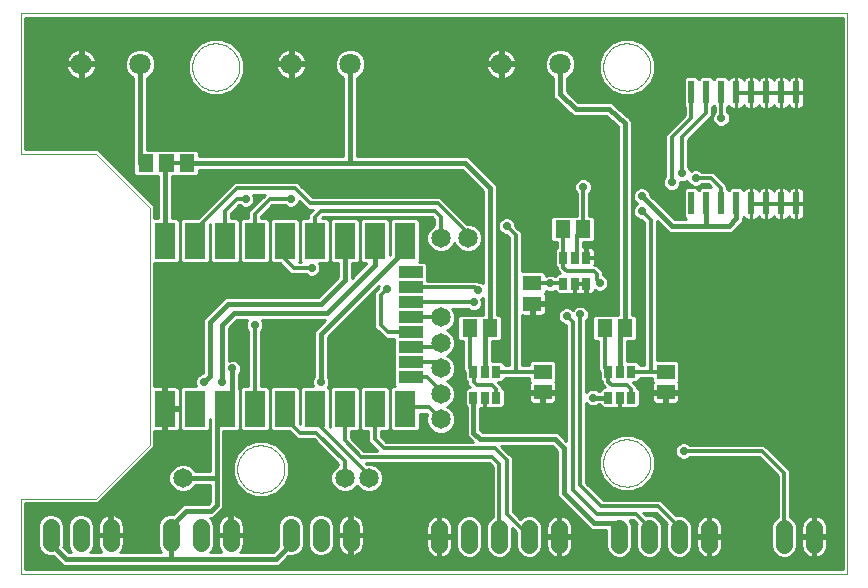
<source format=gtl>
G75*
%MOIN*%
%OFA0B0*%
%FSLAX24Y24*%
%IPPOS*%
%LPD*%
%AMOC8*
5,1,8,0,0,1.08239X$1,22.5*
%
%ADD10C,0.0000*%
%ADD11R,0.0700X0.1200*%
%ADD12R,0.0800X0.0400*%
%ADD13R,0.0210X0.0780*%
%ADD14C,0.0560*%
%ADD15C,0.0709*%
%ADD16R,0.0512X0.0591*%
%ADD17R,0.0591X0.0512*%
%ADD18R,0.0276X0.0394*%
%ADD19C,0.0100*%
%ADD20C,0.0650*%
%ADD21C,0.0280*%
%ADD22C,0.0160*%
%ADD23C,0.0120*%
D10*
X003250Y002550D02*
X003250Y005050D01*
X005750Y005050D01*
X007550Y006850D01*
X007550Y014750D01*
X005750Y016550D01*
X003250Y016550D01*
X003250Y021235D01*
X030809Y021235D01*
X030809Y002550D01*
X003250Y002550D01*
X010463Y006050D02*
X010465Y006106D01*
X010471Y006161D01*
X010481Y006215D01*
X010494Y006269D01*
X010512Y006322D01*
X010533Y006373D01*
X010557Y006423D01*
X010585Y006471D01*
X010617Y006517D01*
X010651Y006561D01*
X010689Y006602D01*
X010729Y006640D01*
X010772Y006675D01*
X010817Y006707D01*
X010865Y006736D01*
X010914Y006762D01*
X010965Y006784D01*
X011017Y006802D01*
X011071Y006816D01*
X011126Y006827D01*
X011181Y006834D01*
X011236Y006837D01*
X011292Y006836D01*
X011347Y006831D01*
X011402Y006822D01*
X011456Y006810D01*
X011509Y006793D01*
X011561Y006773D01*
X011611Y006749D01*
X011659Y006722D01*
X011706Y006692D01*
X011750Y006658D01*
X011792Y006621D01*
X011830Y006581D01*
X011867Y006539D01*
X011900Y006494D01*
X011929Y006448D01*
X011956Y006399D01*
X011978Y006348D01*
X011998Y006296D01*
X012013Y006242D01*
X012025Y006188D01*
X012033Y006133D01*
X012037Y006078D01*
X012037Y006022D01*
X012033Y005967D01*
X012025Y005912D01*
X012013Y005858D01*
X011998Y005804D01*
X011978Y005752D01*
X011956Y005701D01*
X011929Y005652D01*
X011900Y005606D01*
X011867Y005561D01*
X011830Y005519D01*
X011792Y005479D01*
X011750Y005442D01*
X011706Y005408D01*
X011659Y005378D01*
X011611Y005351D01*
X011561Y005327D01*
X011509Y005307D01*
X011456Y005290D01*
X011402Y005278D01*
X011347Y005269D01*
X011292Y005264D01*
X011236Y005263D01*
X011181Y005266D01*
X011126Y005273D01*
X011071Y005284D01*
X011017Y005298D01*
X010965Y005316D01*
X010914Y005338D01*
X010865Y005364D01*
X010817Y005393D01*
X010772Y005425D01*
X010729Y005460D01*
X010689Y005498D01*
X010651Y005539D01*
X010617Y005583D01*
X010585Y005629D01*
X010557Y005677D01*
X010533Y005727D01*
X010512Y005778D01*
X010494Y005831D01*
X010481Y005885D01*
X010471Y005939D01*
X010465Y005994D01*
X010463Y006050D01*
X022663Y006250D02*
X022665Y006306D01*
X022671Y006361D01*
X022681Y006415D01*
X022694Y006469D01*
X022712Y006522D01*
X022733Y006573D01*
X022757Y006623D01*
X022785Y006671D01*
X022817Y006717D01*
X022851Y006761D01*
X022889Y006802D01*
X022929Y006840D01*
X022972Y006875D01*
X023017Y006907D01*
X023065Y006936D01*
X023114Y006962D01*
X023165Y006984D01*
X023217Y007002D01*
X023271Y007016D01*
X023326Y007027D01*
X023381Y007034D01*
X023436Y007037D01*
X023492Y007036D01*
X023547Y007031D01*
X023602Y007022D01*
X023656Y007010D01*
X023709Y006993D01*
X023761Y006973D01*
X023811Y006949D01*
X023859Y006922D01*
X023906Y006892D01*
X023950Y006858D01*
X023992Y006821D01*
X024030Y006781D01*
X024067Y006739D01*
X024100Y006694D01*
X024129Y006648D01*
X024156Y006599D01*
X024178Y006548D01*
X024198Y006496D01*
X024213Y006442D01*
X024225Y006388D01*
X024233Y006333D01*
X024237Y006278D01*
X024237Y006222D01*
X024233Y006167D01*
X024225Y006112D01*
X024213Y006058D01*
X024198Y006004D01*
X024178Y005952D01*
X024156Y005901D01*
X024129Y005852D01*
X024100Y005806D01*
X024067Y005761D01*
X024030Y005719D01*
X023992Y005679D01*
X023950Y005642D01*
X023906Y005608D01*
X023859Y005578D01*
X023811Y005551D01*
X023761Y005527D01*
X023709Y005507D01*
X023656Y005490D01*
X023602Y005478D01*
X023547Y005469D01*
X023492Y005464D01*
X023436Y005463D01*
X023381Y005466D01*
X023326Y005473D01*
X023271Y005484D01*
X023217Y005498D01*
X023165Y005516D01*
X023114Y005538D01*
X023065Y005564D01*
X023017Y005593D01*
X022972Y005625D01*
X022929Y005660D01*
X022889Y005698D01*
X022851Y005739D01*
X022817Y005783D01*
X022785Y005829D01*
X022757Y005877D01*
X022733Y005927D01*
X022712Y005978D01*
X022694Y006031D01*
X022681Y006085D01*
X022671Y006139D01*
X022665Y006194D01*
X022663Y006250D01*
X022663Y019450D02*
X022665Y019506D01*
X022671Y019561D01*
X022681Y019615D01*
X022694Y019669D01*
X022712Y019722D01*
X022733Y019773D01*
X022757Y019823D01*
X022785Y019871D01*
X022817Y019917D01*
X022851Y019961D01*
X022889Y020002D01*
X022929Y020040D01*
X022972Y020075D01*
X023017Y020107D01*
X023065Y020136D01*
X023114Y020162D01*
X023165Y020184D01*
X023217Y020202D01*
X023271Y020216D01*
X023326Y020227D01*
X023381Y020234D01*
X023436Y020237D01*
X023492Y020236D01*
X023547Y020231D01*
X023602Y020222D01*
X023656Y020210D01*
X023709Y020193D01*
X023761Y020173D01*
X023811Y020149D01*
X023859Y020122D01*
X023906Y020092D01*
X023950Y020058D01*
X023992Y020021D01*
X024030Y019981D01*
X024067Y019939D01*
X024100Y019894D01*
X024129Y019848D01*
X024156Y019799D01*
X024178Y019748D01*
X024198Y019696D01*
X024213Y019642D01*
X024225Y019588D01*
X024233Y019533D01*
X024237Y019478D01*
X024237Y019422D01*
X024233Y019367D01*
X024225Y019312D01*
X024213Y019258D01*
X024198Y019204D01*
X024178Y019152D01*
X024156Y019101D01*
X024129Y019052D01*
X024100Y019006D01*
X024067Y018961D01*
X024030Y018919D01*
X023992Y018879D01*
X023950Y018842D01*
X023906Y018808D01*
X023859Y018778D01*
X023811Y018751D01*
X023761Y018727D01*
X023709Y018707D01*
X023656Y018690D01*
X023602Y018678D01*
X023547Y018669D01*
X023492Y018664D01*
X023436Y018663D01*
X023381Y018666D01*
X023326Y018673D01*
X023271Y018684D01*
X023217Y018698D01*
X023165Y018716D01*
X023114Y018738D01*
X023065Y018764D01*
X023017Y018793D01*
X022972Y018825D01*
X022929Y018860D01*
X022889Y018898D01*
X022851Y018939D01*
X022817Y018983D01*
X022785Y019029D01*
X022757Y019077D01*
X022733Y019127D01*
X022712Y019178D01*
X022694Y019231D01*
X022681Y019285D01*
X022671Y019339D01*
X022665Y019394D01*
X022663Y019450D01*
X008963Y019450D02*
X008965Y019506D01*
X008971Y019561D01*
X008981Y019615D01*
X008994Y019669D01*
X009012Y019722D01*
X009033Y019773D01*
X009057Y019823D01*
X009085Y019871D01*
X009117Y019917D01*
X009151Y019961D01*
X009189Y020002D01*
X009229Y020040D01*
X009272Y020075D01*
X009317Y020107D01*
X009365Y020136D01*
X009414Y020162D01*
X009465Y020184D01*
X009517Y020202D01*
X009571Y020216D01*
X009626Y020227D01*
X009681Y020234D01*
X009736Y020237D01*
X009792Y020236D01*
X009847Y020231D01*
X009902Y020222D01*
X009956Y020210D01*
X010009Y020193D01*
X010061Y020173D01*
X010111Y020149D01*
X010159Y020122D01*
X010206Y020092D01*
X010250Y020058D01*
X010292Y020021D01*
X010330Y019981D01*
X010367Y019939D01*
X010400Y019894D01*
X010429Y019848D01*
X010456Y019799D01*
X010478Y019748D01*
X010498Y019696D01*
X010513Y019642D01*
X010525Y019588D01*
X010533Y019533D01*
X010537Y019478D01*
X010537Y019422D01*
X010533Y019367D01*
X010525Y019312D01*
X010513Y019258D01*
X010498Y019204D01*
X010478Y019152D01*
X010456Y019101D01*
X010429Y019052D01*
X010400Y019006D01*
X010367Y018961D01*
X010330Y018919D01*
X010292Y018879D01*
X010250Y018842D01*
X010206Y018808D01*
X010159Y018778D01*
X010111Y018751D01*
X010061Y018727D01*
X010009Y018707D01*
X009956Y018690D01*
X009902Y018678D01*
X009847Y018669D01*
X009792Y018664D01*
X009736Y018663D01*
X009681Y018666D01*
X009626Y018673D01*
X009571Y018684D01*
X009517Y018698D01*
X009465Y018716D01*
X009414Y018738D01*
X009365Y018764D01*
X009317Y018793D01*
X009272Y018825D01*
X009229Y018860D01*
X009189Y018898D01*
X009151Y018939D01*
X009117Y018983D01*
X009085Y019029D01*
X009057Y019077D01*
X009033Y019127D01*
X009012Y019178D01*
X008994Y019231D01*
X008981Y019285D01*
X008971Y019339D01*
X008965Y019394D01*
X008963Y019450D01*
D11*
X009050Y013650D03*
X010050Y013650D03*
X011050Y013650D03*
X012050Y013650D03*
X013050Y013650D03*
X014050Y013650D03*
X015050Y013650D03*
X016050Y013650D03*
X008050Y013650D03*
X008050Y008050D03*
X009050Y008050D03*
X010050Y008050D03*
X011050Y008050D03*
X012050Y008050D03*
X013050Y008050D03*
X014050Y008050D03*
X015050Y008050D03*
X016050Y008050D03*
D12*
X016250Y009100D03*
X016250Y009600D03*
X016250Y010100D03*
X016250Y010600D03*
X016250Y011100D03*
X016250Y011600D03*
X016250Y012100D03*
X016250Y012600D03*
D13*
X025600Y014900D03*
X026100Y014900D03*
X026600Y014900D03*
X027100Y014900D03*
X027600Y014900D03*
X028100Y014900D03*
X028600Y014900D03*
X029100Y014900D03*
X029100Y018600D03*
X028600Y018600D03*
X028100Y018600D03*
X027600Y018600D03*
X027100Y018600D03*
X026600Y018600D03*
X026100Y018600D03*
X025600Y018600D03*
D14*
X025200Y004080D02*
X025200Y003520D01*
X026200Y003520D02*
X026200Y004080D01*
X024200Y004080D02*
X024200Y003520D01*
X023200Y003520D02*
X023200Y004080D01*
X021200Y004080D02*
X021200Y003520D01*
X020200Y003520D02*
X020200Y004080D01*
X019200Y004080D02*
X019200Y003520D01*
X018200Y003520D02*
X018200Y004080D01*
X017200Y004080D02*
X017200Y003520D01*
X014250Y003570D02*
X014250Y004130D01*
X013250Y004130D02*
X013250Y003570D01*
X012250Y003570D02*
X012250Y004130D01*
X010250Y004130D02*
X010250Y003570D01*
X009250Y003570D02*
X009250Y004130D01*
X008250Y004130D02*
X008250Y003570D01*
X006250Y003570D02*
X006250Y004130D01*
X005250Y004130D02*
X005250Y003570D01*
X004250Y003570D02*
X004250Y004130D01*
X028700Y004080D02*
X028700Y003520D01*
X029700Y003520D02*
X029700Y004080D01*
D15*
X021234Y019550D03*
X019266Y019550D03*
X014234Y019550D03*
X012266Y019550D03*
X007234Y019550D03*
X005266Y019550D03*
D16*
X007415Y016250D03*
X008085Y016250D03*
X008115Y016250D03*
X008785Y016250D03*
X018215Y010750D03*
X018885Y010750D03*
X022715Y010750D03*
X023385Y010750D03*
X021985Y014050D03*
X021315Y014050D03*
D17*
X020300Y012235D03*
X020300Y011565D03*
X020650Y009285D03*
X020650Y008615D03*
X024750Y008615D03*
X024750Y009285D03*
D18*
X023593Y009298D03*
X023219Y009298D03*
X022844Y009298D03*
X022844Y008432D03*
X023219Y008432D03*
X023593Y008432D03*
X019093Y008432D03*
X018719Y008432D03*
X018344Y008432D03*
X018344Y009298D03*
X018719Y009298D03*
X019093Y009298D03*
X021344Y012232D03*
X021719Y012232D03*
X022093Y012232D03*
X022093Y013098D03*
X021719Y013098D03*
X021344Y013098D03*
D19*
X021057Y013090D02*
X019960Y013090D01*
X019960Y013188D02*
X021057Y013188D01*
X021057Y013287D02*
X019960Y013287D01*
X019960Y013385D02*
X021085Y013385D01*
X021057Y013357D02*
X021057Y012839D01*
X021134Y012761D01*
X021134Y012669D01*
X021224Y012579D01*
X021145Y012579D01*
X021057Y012491D01*
X021057Y012484D01*
X020958Y012525D01*
X020842Y012525D01*
X020745Y012484D01*
X020745Y012553D01*
X020657Y012641D01*
X019960Y012641D01*
X019960Y013937D01*
X019837Y014060D01*
X019740Y014157D01*
X019740Y014208D01*
X019696Y014314D01*
X019614Y014396D01*
X019508Y014440D01*
X019392Y014440D01*
X019286Y014396D01*
X019204Y014314D01*
X019160Y014208D01*
X019160Y014092D01*
X019204Y013986D01*
X019286Y013904D01*
X019392Y013860D01*
X019443Y013860D01*
X019540Y013763D01*
X019540Y009508D01*
X019380Y009508D01*
X019380Y009557D01*
X019292Y009645D01*
X018949Y009645D01*
X018949Y010305D01*
X019203Y010305D01*
X019291Y010393D01*
X019291Y011107D01*
X019203Y011195D01*
X019115Y011195D01*
X019115Y015511D01*
X018280Y016345D01*
X018145Y016480D01*
X014464Y016480D01*
X014464Y019099D01*
X014520Y019122D01*
X014662Y019264D01*
X014739Y019450D01*
X014739Y019650D01*
X014662Y019836D01*
X014520Y019978D01*
X014335Y020054D01*
X014134Y020054D01*
X013949Y019978D01*
X013807Y019836D01*
X013730Y019650D01*
X013730Y019450D01*
X013807Y019264D01*
X013949Y019122D01*
X014004Y019099D01*
X014004Y016480D01*
X009191Y016480D01*
X009191Y016607D01*
X009103Y016695D01*
X008467Y016695D01*
X008450Y016679D01*
X008433Y016695D01*
X007767Y016695D01*
X007750Y016679D01*
X007733Y016695D01*
X007464Y016695D01*
X007464Y019099D01*
X007520Y019122D01*
X007662Y019264D01*
X007739Y019450D01*
X007739Y019650D01*
X007662Y019836D01*
X007520Y019978D01*
X007335Y020054D01*
X007134Y020054D01*
X006949Y019978D01*
X006807Y019836D01*
X006730Y019650D01*
X006730Y019450D01*
X006807Y019264D01*
X006949Y019122D01*
X007004Y019099D01*
X007004Y016155D01*
X007009Y016150D01*
X007009Y015893D01*
X007097Y015805D01*
X007733Y015805D01*
X007750Y015821D01*
X007767Y015805D01*
X007820Y015805D01*
X007820Y014400D01*
X007700Y014400D01*
X007700Y014812D01*
X007612Y014900D01*
X005812Y016700D01*
X003400Y016700D01*
X003400Y021085D01*
X030659Y021085D01*
X030659Y002700D01*
X003400Y002700D01*
X003400Y004900D01*
X005812Y004900D01*
X005900Y004988D01*
X007700Y006788D01*
X007700Y007300D01*
X008000Y007300D01*
X008000Y008000D01*
X008100Y008000D01*
X008100Y008100D01*
X008000Y008100D01*
X008000Y008800D01*
X007700Y008800D01*
X007700Y012900D01*
X008462Y012900D01*
X008550Y012988D01*
X008638Y012900D01*
X009462Y012900D01*
X009550Y012988D01*
X009638Y012900D01*
X010462Y012900D01*
X010550Y012988D01*
X010638Y012900D01*
X011462Y012900D01*
X011550Y012988D01*
X011638Y012900D01*
X011903Y012900D01*
X012140Y012663D01*
X012263Y012540D01*
X012750Y012540D01*
X012786Y012504D01*
X012892Y012460D01*
X013008Y012460D01*
X013114Y012504D01*
X013196Y012586D01*
X013240Y012692D01*
X013240Y012808D01*
X013202Y012900D01*
X013462Y012900D01*
X013550Y012988D01*
X013550Y014312D01*
X013462Y014400D01*
X013297Y014400D01*
X013337Y014440D01*
X016963Y014440D01*
X017040Y014363D01*
X017040Y014177D01*
X016981Y014153D01*
X016847Y014019D01*
X016775Y013844D01*
X016775Y013656D01*
X016847Y013481D01*
X016981Y013347D01*
X017156Y013275D01*
X017344Y013275D01*
X017519Y013347D01*
X017653Y013481D01*
X017700Y013595D01*
X017747Y013481D01*
X017881Y013347D01*
X018056Y013275D01*
X018244Y013275D01*
X018419Y013347D01*
X018553Y013481D01*
X018625Y013656D01*
X018625Y013844D01*
X018553Y014019D01*
X018419Y014153D01*
X018244Y014225D01*
X018122Y014225D01*
X017360Y014987D01*
X017237Y015110D01*
X012987Y015110D01*
X012610Y015487D01*
X012487Y015610D01*
X010363Y015610D01*
X009153Y014400D01*
X008638Y014400D01*
X008550Y014312D01*
X008550Y012988D01*
X008550Y014312D01*
X008462Y014400D01*
X008280Y014400D01*
X008280Y015805D01*
X008433Y015805D01*
X008450Y015821D01*
X008467Y015805D01*
X009103Y015805D01*
X009191Y015893D01*
X009191Y016020D01*
X017955Y016020D01*
X018655Y015320D01*
X018655Y012250D01*
X018558Y012290D01*
X018507Y012290D01*
X018487Y012310D01*
X016800Y012310D01*
X016800Y012862D01*
X016712Y012950D01*
X016512Y012950D01*
X016550Y012988D01*
X016550Y014312D01*
X016462Y014400D01*
X015638Y014400D01*
X015550Y014312D01*
X015462Y014400D01*
X014638Y014400D01*
X014550Y014312D01*
X014462Y014400D01*
X013638Y014400D01*
X013550Y014312D01*
X013550Y012988D01*
X013638Y012900D01*
X013820Y012900D01*
X013820Y012445D01*
X013155Y011780D01*
X010055Y011780D01*
X009455Y011180D01*
X009320Y011045D01*
X009320Y009245D01*
X009315Y009240D01*
X009292Y009240D01*
X009186Y009196D01*
X009104Y009114D01*
X009060Y009008D01*
X009060Y008892D01*
X009098Y008800D01*
X008638Y008800D01*
X008550Y008712D01*
X008550Y007388D01*
X008638Y007300D01*
X009462Y007300D01*
X009550Y007388D01*
X009550Y007710D01*
X009550Y007710D01*
X009550Y005980D01*
X009069Y005980D01*
X009053Y006019D01*
X008919Y006153D01*
X008744Y006225D01*
X008556Y006225D01*
X008381Y006153D01*
X008247Y006019D01*
X008175Y005844D01*
X008175Y005656D01*
X008247Y005481D01*
X008381Y005347D01*
X008556Y005275D01*
X008744Y005275D01*
X008919Y005347D01*
X009053Y005481D01*
X009069Y005520D01*
X009550Y005520D01*
X009550Y004945D01*
X009485Y004880D01*
X008655Y004880D01*
X008335Y004560D01*
X008164Y004560D01*
X008006Y004495D01*
X007885Y004374D01*
X007820Y004216D01*
X007820Y003484D01*
X007885Y003326D01*
X007932Y003280D01*
X006568Y003280D01*
X006578Y003290D01*
X006618Y003345D01*
X006648Y003405D01*
X006669Y003469D01*
X006680Y003536D01*
X006680Y003810D01*
X006290Y003810D01*
X006290Y003890D01*
X006210Y003890D01*
X006210Y004559D01*
X006149Y004549D01*
X006085Y004528D01*
X006025Y004498D01*
X005970Y004458D01*
X005922Y004410D01*
X005882Y004355D01*
X005852Y004295D01*
X005831Y004231D01*
X005820Y004164D01*
X005820Y003890D01*
X006210Y003890D01*
X006210Y003810D01*
X005820Y003810D01*
X005820Y003536D01*
X005831Y003469D01*
X005852Y003405D01*
X005882Y003345D01*
X005922Y003290D01*
X005932Y003280D01*
X005568Y003280D01*
X005615Y003326D01*
X005680Y003484D01*
X005680Y004216D01*
X005615Y004374D01*
X005494Y004495D01*
X005336Y004560D01*
X005164Y004560D01*
X005006Y004495D01*
X004885Y004374D01*
X004820Y004216D01*
X004820Y003484D01*
X004885Y003326D01*
X004932Y003280D01*
X004845Y003280D01*
X004669Y003457D01*
X004680Y003484D01*
X004680Y004216D01*
X004615Y004374D01*
X004494Y004495D01*
X004336Y004560D01*
X004164Y004560D01*
X004006Y004495D01*
X003885Y004374D01*
X003820Y004216D01*
X003820Y003484D01*
X003885Y003326D01*
X004006Y003205D01*
X004164Y003140D01*
X004335Y003140D01*
X004520Y002955D01*
X004655Y002820D01*
X011845Y002820D01*
X012165Y003140D01*
X012336Y003140D01*
X012494Y003205D01*
X012615Y003326D01*
X012680Y003484D01*
X012680Y004216D01*
X012615Y004374D01*
X012494Y004495D01*
X012336Y004560D01*
X012164Y004560D01*
X012006Y004495D01*
X011885Y004374D01*
X011820Y004216D01*
X011820Y003484D01*
X011831Y003457D01*
X011655Y003280D01*
X010568Y003280D01*
X010578Y003290D01*
X010618Y003345D01*
X010648Y003405D01*
X010669Y003469D01*
X010680Y003536D01*
X010680Y003810D01*
X010290Y003810D01*
X010290Y003890D01*
X010210Y003890D01*
X010210Y004559D01*
X010149Y004549D01*
X010085Y004528D01*
X010025Y004498D01*
X009970Y004458D01*
X009922Y004410D01*
X009882Y004355D01*
X009852Y004295D01*
X009831Y004231D01*
X009820Y004164D01*
X009820Y003890D01*
X010210Y003890D01*
X010210Y003810D01*
X009820Y003810D01*
X009820Y003536D01*
X009831Y003469D01*
X009852Y003405D01*
X009882Y003345D01*
X009922Y003290D01*
X009932Y003280D01*
X009568Y003280D01*
X009615Y003326D01*
X009680Y003484D01*
X009680Y004216D01*
X009615Y004374D01*
X009568Y004420D01*
X009675Y004420D01*
X010010Y004755D01*
X010010Y007300D01*
X010462Y007300D01*
X010550Y007388D01*
X010638Y007300D01*
X011462Y007300D01*
X011550Y007388D01*
X011638Y007300D01*
X012203Y007300D01*
X012463Y007040D01*
X013013Y007040D01*
X013840Y006213D01*
X013840Y006177D01*
X013781Y006153D01*
X013647Y006019D01*
X013575Y005844D01*
X013575Y005656D01*
X013647Y005481D01*
X013781Y005347D01*
X013956Y005275D01*
X014144Y005275D01*
X014319Y005347D01*
X014450Y005478D01*
X014581Y005347D01*
X014756Y005275D01*
X014944Y005275D01*
X015119Y005347D01*
X015253Y005481D01*
X015325Y005656D01*
X015325Y005844D01*
X015253Y006019D01*
X015119Y006153D01*
X014944Y006225D01*
X014772Y006225D01*
X014757Y006240D01*
X018863Y006240D01*
X018990Y006113D01*
X018990Y004458D01*
X018956Y004445D01*
X018835Y004324D01*
X018770Y004166D01*
X018770Y003434D01*
X018835Y003276D01*
X018956Y003155D01*
X019114Y003090D01*
X019286Y003090D01*
X019444Y003155D01*
X019565Y003276D01*
X019630Y003434D01*
X019630Y004073D01*
X019770Y003933D01*
X019770Y003434D01*
X019835Y003276D01*
X019956Y003155D01*
X020114Y003090D01*
X020286Y003090D01*
X020444Y003155D01*
X020565Y003276D01*
X020630Y003434D01*
X020630Y004166D01*
X020565Y004324D01*
X020444Y004445D01*
X020286Y004510D01*
X020114Y004510D01*
X019956Y004445D01*
X019904Y004393D01*
X019660Y004637D01*
X019660Y006437D01*
X019537Y006560D01*
X019277Y006820D01*
X020955Y006820D01*
X021120Y006655D01*
X021120Y005155D01*
X022120Y004155D01*
X022255Y004020D01*
X022770Y004020D01*
X022770Y003434D01*
X022835Y003276D01*
X022956Y003155D01*
X023114Y003090D01*
X023286Y003090D01*
X023444Y003155D01*
X023565Y003276D01*
X023630Y003434D01*
X023630Y004166D01*
X023565Y004324D01*
X023548Y004340D01*
X023663Y004340D01*
X023790Y004213D01*
X023770Y004166D01*
X023770Y003434D01*
X023835Y003276D01*
X023956Y003155D01*
X024114Y003090D01*
X024286Y003090D01*
X024444Y003155D01*
X024565Y003276D01*
X024630Y003434D01*
X024630Y004166D01*
X024565Y004324D01*
X024444Y004445D01*
X024286Y004510D01*
X024114Y004510D01*
X024095Y004502D01*
X024007Y004590D01*
X024413Y004590D01*
X024790Y004213D01*
X024770Y004166D01*
X024770Y003434D01*
X024835Y003276D01*
X024956Y003155D01*
X025114Y003090D01*
X025286Y003090D01*
X025444Y003155D01*
X025565Y003276D01*
X025630Y003434D01*
X025630Y004166D01*
X025565Y004324D01*
X025444Y004445D01*
X025286Y004510D01*
X025114Y004510D01*
X025095Y004502D01*
X024587Y005010D01*
X022687Y005010D01*
X022110Y005587D01*
X022110Y008244D01*
X022168Y008186D01*
X022274Y008142D01*
X022390Y008142D01*
X022496Y008186D01*
X022512Y008202D01*
X022557Y008202D01*
X022557Y008173D01*
X022645Y008085D01*
X023044Y008085D01*
X023048Y008089D01*
X023061Y008085D01*
X023200Y008085D01*
X023200Y008413D01*
X023237Y008413D01*
X023237Y008085D01*
X023376Y008085D01*
X023389Y008089D01*
X023393Y008085D01*
X023792Y008085D01*
X023880Y008173D01*
X023880Y008691D01*
X023803Y008769D01*
X023803Y008794D01*
X023660Y008937D01*
X023646Y008951D01*
X023792Y008951D01*
X023880Y009039D01*
X023880Y009088D01*
X024305Y009088D01*
X024305Y008967D01*
X024325Y008946D01*
X024315Y008929D01*
X024305Y008891D01*
X024305Y008665D01*
X024700Y008665D01*
X024700Y008565D01*
X024800Y008565D01*
X024800Y008209D01*
X025065Y008209D01*
X025103Y008220D01*
X025137Y008239D01*
X025165Y008267D01*
X025185Y008302D01*
X025195Y008340D01*
X025195Y008565D01*
X024800Y008565D01*
X024800Y008665D01*
X025195Y008665D01*
X025195Y008891D01*
X025185Y008929D01*
X025175Y008946D01*
X025195Y008967D01*
X025195Y009603D01*
X025107Y009691D01*
X024460Y009691D01*
X024460Y014315D01*
X024855Y013920D01*
X026945Y013920D01*
X027080Y014055D01*
X027330Y014305D01*
X027330Y014423D01*
X027355Y014448D01*
X027355Y014453D01*
X027355Y014452D01*
X027375Y014418D01*
X027403Y014390D01*
X027437Y014370D01*
X027475Y014360D01*
X027597Y014360D01*
X027597Y014897D01*
X027603Y014897D01*
X027603Y014903D01*
X028097Y014903D01*
X028097Y015440D01*
X027975Y015440D01*
X027937Y015430D01*
X027903Y015410D01*
X027875Y015382D01*
X027855Y015348D01*
X027850Y015328D01*
X027845Y015348D01*
X027825Y015382D01*
X027797Y015410D01*
X027763Y015430D01*
X027725Y015440D01*
X027603Y015440D01*
X027603Y014903D01*
X027597Y014903D01*
X027597Y015440D01*
X027475Y015440D01*
X027437Y015430D01*
X027403Y015410D01*
X027375Y015382D01*
X027355Y015348D01*
X027355Y015347D01*
X027355Y015352D01*
X027267Y015440D01*
X026933Y015440D01*
X026850Y015357D01*
X026810Y015397D01*
X026810Y015487D01*
X026460Y015837D01*
X026337Y015960D01*
X025950Y015960D01*
X025914Y015996D01*
X025808Y016040D01*
X025692Y016040D01*
X025586Y015996D01*
X025578Y015988D01*
X025546Y016064D01*
X025510Y016100D01*
X025510Y017013D01*
X026310Y017813D01*
X026310Y018103D01*
X026350Y018143D01*
X026390Y018103D01*
X026390Y017950D01*
X026354Y017914D01*
X026310Y017808D01*
X026310Y017692D01*
X026354Y017586D01*
X026436Y017504D01*
X026542Y017460D01*
X026658Y017460D01*
X026764Y017504D01*
X026846Y017586D01*
X026890Y017692D01*
X026890Y017808D01*
X026846Y017914D01*
X026810Y017950D01*
X026810Y018103D01*
X026855Y018148D01*
X026855Y018153D01*
X026855Y018152D01*
X026875Y018118D01*
X026903Y018090D01*
X026937Y018070D01*
X026975Y018060D01*
X027097Y018060D01*
X027097Y018597D01*
X027103Y018597D01*
X027103Y018603D01*
X027355Y018603D01*
X027597Y018603D01*
X027597Y019140D01*
X027475Y019140D01*
X027437Y019130D01*
X027403Y019110D01*
X027375Y019082D01*
X027355Y019048D01*
X027350Y019028D01*
X027345Y019048D01*
X027325Y019082D01*
X027297Y019110D01*
X027263Y019130D01*
X027225Y019140D01*
X027103Y019140D01*
X027103Y018603D01*
X027097Y018603D01*
X027097Y019140D01*
X026975Y019140D01*
X026937Y019130D01*
X026903Y019110D01*
X026875Y019082D01*
X026855Y019048D01*
X026855Y019047D01*
X026855Y019052D01*
X026767Y019140D01*
X026433Y019140D01*
X026350Y019057D01*
X026267Y019140D01*
X025933Y019140D01*
X025850Y019057D01*
X025767Y019140D01*
X025433Y019140D01*
X025345Y019052D01*
X025345Y018148D01*
X025390Y018103D01*
X025390Y017837D01*
X024863Y017310D01*
X024740Y017187D01*
X024740Y015800D01*
X024704Y015764D01*
X024660Y015658D01*
X024660Y015542D01*
X024704Y015436D01*
X024786Y015354D01*
X024892Y015310D01*
X025008Y015310D01*
X025114Y015354D01*
X025196Y015436D01*
X025240Y015542D01*
X025240Y015611D01*
X025242Y015610D01*
X025358Y015610D01*
X025464Y015654D01*
X025472Y015662D01*
X025504Y015586D01*
X025586Y015504D01*
X025692Y015460D01*
X025808Y015460D01*
X025914Y015504D01*
X025950Y015540D01*
X026163Y015540D01*
X026263Y015440D01*
X025933Y015440D01*
X025850Y015357D01*
X025767Y015440D01*
X025433Y015440D01*
X025345Y015352D01*
X025345Y014448D01*
X025413Y014380D01*
X025045Y014380D01*
X024240Y015185D01*
X024240Y015208D01*
X024196Y015314D01*
X024114Y015396D01*
X024008Y015440D01*
X023892Y015440D01*
X023786Y015396D01*
X023704Y015314D01*
X023660Y015208D01*
X023660Y015092D01*
X023704Y014986D01*
X023786Y014904D01*
X023796Y014900D01*
X023786Y014896D01*
X023704Y014814D01*
X023660Y014708D01*
X023660Y014592D01*
X023704Y014486D01*
X023786Y014404D01*
X023892Y014360D01*
X023943Y014360D01*
X024040Y014263D01*
X024040Y009508D01*
X023880Y009508D01*
X023880Y009557D01*
X023792Y009645D01*
X023449Y009645D01*
X023449Y010305D01*
X023703Y010305D01*
X023791Y010393D01*
X023791Y011107D01*
X023703Y011195D01*
X023615Y011195D01*
X023615Y017499D01*
X023621Y017506D01*
X023615Y017593D01*
X023615Y017680D01*
X023608Y017686D01*
X023608Y017696D01*
X023542Y017753D01*
X023480Y017815D01*
X023471Y017815D01*
X023007Y018218D01*
X022945Y018280D01*
X022936Y018280D01*
X022929Y018286D01*
X022842Y018280D01*
X021841Y018280D01*
X021464Y018634D01*
X021464Y019099D01*
X021520Y019122D01*
X021662Y019264D01*
X021739Y019450D01*
X021739Y019650D01*
X021662Y019836D01*
X021520Y019978D01*
X021335Y020054D01*
X021134Y020054D01*
X020949Y019978D01*
X020807Y019836D01*
X020730Y019650D01*
X020730Y019450D01*
X020807Y019264D01*
X020949Y019122D01*
X021004Y019099D01*
X021004Y018625D01*
X021001Y018622D01*
X021004Y018531D01*
X021004Y018439D01*
X021007Y018436D01*
X021007Y018432D01*
X021074Y018369D01*
X021139Y018304D01*
X021143Y018304D01*
X021590Y017885D01*
X021655Y017820D01*
X021659Y017820D01*
X021662Y017817D01*
X021754Y017820D01*
X022764Y017820D01*
X023155Y017480D01*
X023155Y011195D01*
X023067Y011195D01*
X023050Y011179D01*
X023033Y011195D01*
X022397Y011195D01*
X022309Y011107D01*
X022309Y010393D01*
X022397Y010305D01*
X022505Y010305D01*
X022505Y009340D01*
X022557Y009289D01*
X022557Y009039D01*
X022634Y008961D01*
X022634Y008869D01*
X022724Y008779D01*
X022645Y008779D01*
X022557Y008691D01*
X022557Y008662D01*
X022512Y008662D01*
X022496Y008678D01*
X022390Y008722D01*
X022274Y008722D01*
X022168Y008678D01*
X022110Y008620D01*
X022110Y011000D01*
X022146Y011036D01*
X022190Y011142D01*
X022190Y011258D01*
X022146Y011364D01*
X022064Y011446D01*
X021958Y011490D01*
X021842Y011490D01*
X021736Y011446D01*
X021654Y011364D01*
X021652Y011358D01*
X021614Y011396D01*
X021508Y011440D01*
X021392Y011440D01*
X021286Y011396D01*
X021204Y011314D01*
X021160Y011208D01*
X021160Y011092D01*
X021204Y010986D01*
X021286Y010904D01*
X021392Y010860D01*
X021440Y010860D01*
X021440Y006985D01*
X021145Y007280D01*
X018645Y007280D01*
X018574Y007351D01*
X018574Y008085D01*
X018700Y008085D01*
X018700Y008413D01*
X018737Y008413D01*
X018737Y008085D01*
X018876Y008085D01*
X018889Y008089D01*
X018893Y008085D01*
X019292Y008085D01*
X019380Y008173D01*
X019380Y008691D01*
X019303Y008769D01*
X019303Y008794D01*
X019160Y008937D01*
X019146Y008951D01*
X019292Y008951D01*
X019380Y009039D01*
X019380Y009088D01*
X020205Y009088D01*
X020205Y008967D01*
X020225Y008946D01*
X020215Y008929D01*
X020205Y008891D01*
X020205Y008665D01*
X020600Y008665D01*
X020600Y008565D01*
X020700Y008565D01*
X020700Y008209D01*
X020965Y008209D01*
X021003Y008220D01*
X021037Y008239D01*
X021065Y008267D01*
X021085Y008302D01*
X021095Y008340D01*
X021095Y008565D01*
X020700Y008565D01*
X020700Y008665D01*
X021095Y008665D01*
X021095Y008891D01*
X021085Y008929D01*
X021075Y008946D01*
X021095Y008967D01*
X021095Y009603D01*
X021007Y009691D01*
X020293Y009691D01*
X020205Y009603D01*
X020205Y009508D01*
X019960Y009508D01*
X019960Y011166D01*
X019985Y011159D01*
X020250Y011159D01*
X020250Y011515D01*
X020350Y011515D01*
X020350Y011159D01*
X020615Y011159D01*
X020653Y011170D01*
X020687Y011189D01*
X020715Y011217D01*
X020735Y011252D01*
X020745Y011290D01*
X020745Y011515D01*
X020350Y011515D01*
X020350Y011615D01*
X020745Y011615D01*
X020745Y011841D01*
X020735Y011879D01*
X020725Y011896D01*
X020745Y011917D01*
X020745Y011985D01*
X020842Y011945D01*
X020958Y011945D01*
X021057Y011986D01*
X021057Y011973D01*
X021145Y011885D01*
X021544Y011885D01*
X021548Y011889D01*
X021561Y011885D01*
X021700Y011885D01*
X021700Y012213D01*
X021737Y012213D01*
X021737Y011885D01*
X021876Y011885D01*
X021906Y011893D01*
X021935Y011885D01*
X022074Y011885D01*
X022074Y012213D01*
X022111Y012213D01*
X022111Y011885D01*
X022250Y011885D01*
X022288Y011895D01*
X022322Y011915D01*
X022350Y011943D01*
X022370Y011977D01*
X022379Y012011D01*
X022386Y012004D01*
X022492Y011960D01*
X022608Y011960D01*
X022714Y012004D01*
X022796Y012086D01*
X022840Y012192D01*
X022840Y012308D01*
X022796Y012414D01*
X022714Y012496D01*
X022660Y012518D01*
X022660Y012637D01*
X022437Y012860D01*
X022375Y012860D01*
X022380Y012881D01*
X022380Y013079D01*
X022111Y013079D01*
X022111Y013117D01*
X022074Y013117D01*
X022074Y013445D01*
X022010Y013445D01*
X022010Y013605D01*
X022303Y013605D01*
X022391Y013693D01*
X022391Y014407D01*
X022303Y014495D01*
X022210Y014495D01*
X022210Y015250D01*
X022246Y015286D01*
X022290Y015392D01*
X022290Y015508D01*
X022246Y015614D01*
X022164Y015696D01*
X022058Y015740D01*
X021942Y015740D01*
X021836Y015696D01*
X021754Y015614D01*
X021710Y015508D01*
X021710Y015392D01*
X021754Y015286D01*
X021790Y015250D01*
X021790Y014495D01*
X021667Y014495D01*
X021650Y014479D01*
X021633Y014495D01*
X020997Y014495D01*
X020909Y014407D01*
X020909Y013693D01*
X020997Y013605D01*
X021134Y013605D01*
X021134Y013435D01*
X021057Y013357D01*
X021134Y013484D02*
X019960Y013484D01*
X019960Y013582D02*
X021134Y013582D01*
X020922Y013681D02*
X019960Y013681D01*
X019960Y013779D02*
X020909Y013779D01*
X020909Y013878D02*
X019960Y013878D01*
X019921Y013976D02*
X020909Y013976D01*
X020909Y014075D02*
X019822Y014075D01*
X019740Y014173D02*
X020909Y014173D01*
X020909Y014272D02*
X019714Y014272D01*
X019640Y014370D02*
X020909Y014370D01*
X020971Y014469D02*
X019115Y014469D01*
X019115Y014567D02*
X021790Y014567D01*
X021790Y014666D02*
X019115Y014666D01*
X019115Y014764D02*
X021790Y014764D01*
X021790Y014863D02*
X019115Y014863D01*
X019115Y014961D02*
X021790Y014961D01*
X021790Y015060D02*
X019115Y015060D01*
X019115Y015158D02*
X021790Y015158D01*
X021783Y015257D02*
X019115Y015257D01*
X019115Y015355D02*
X021725Y015355D01*
X021710Y015454D02*
X019115Y015454D01*
X019073Y015552D02*
X021728Y015552D01*
X021790Y015651D02*
X018975Y015651D01*
X018876Y015749D02*
X023155Y015749D01*
X023155Y015651D02*
X022210Y015651D01*
X022272Y015552D02*
X023155Y015552D01*
X023155Y015454D02*
X022290Y015454D01*
X022275Y015355D02*
X023155Y015355D01*
X023155Y015257D02*
X022217Y015257D01*
X022210Y015158D02*
X023155Y015158D01*
X023155Y015060D02*
X022210Y015060D01*
X022210Y014961D02*
X023155Y014961D01*
X023155Y014863D02*
X022210Y014863D01*
X022210Y014764D02*
X023155Y014764D01*
X023155Y014666D02*
X022210Y014666D01*
X022210Y014567D02*
X023155Y014567D01*
X023155Y014469D02*
X022329Y014469D01*
X022391Y014370D02*
X023155Y014370D01*
X023155Y014272D02*
X022391Y014272D01*
X022391Y014173D02*
X023155Y014173D01*
X023155Y014075D02*
X022391Y014075D01*
X022391Y013976D02*
X023155Y013976D01*
X023155Y013878D02*
X022391Y013878D01*
X022391Y013779D02*
X023155Y013779D01*
X023155Y013681D02*
X022378Y013681D01*
X022288Y013435D02*
X022250Y013445D01*
X022111Y013445D01*
X022111Y013117D01*
X022380Y013117D01*
X022380Y013315D01*
X022370Y013353D01*
X022350Y013387D01*
X022322Y013415D01*
X022288Y013435D01*
X022351Y013385D02*
X023155Y013385D01*
X023155Y013287D02*
X022380Y013287D01*
X022380Y013188D02*
X023155Y013188D01*
X023155Y013090D02*
X022111Y013090D01*
X022111Y013188D02*
X022074Y013188D01*
X022074Y013287D02*
X022111Y013287D01*
X022111Y013385D02*
X022074Y013385D01*
X022010Y013484D02*
X023155Y013484D01*
X023155Y013582D02*
X022010Y013582D01*
X022380Y012991D02*
X023155Y012991D01*
X023155Y012893D02*
X022380Y012893D01*
X022503Y012794D02*
X023155Y012794D01*
X023155Y012696D02*
X022601Y012696D01*
X022660Y012597D02*
X023155Y012597D01*
X023155Y012499D02*
X022708Y012499D01*
X022802Y012400D02*
X023155Y012400D01*
X023155Y012302D02*
X022840Y012302D01*
X022840Y012203D02*
X023155Y012203D01*
X023155Y012105D02*
X022804Y012105D01*
X022716Y012006D02*
X023155Y012006D01*
X023155Y011908D02*
X022309Y011908D01*
X022378Y012006D02*
X022384Y012006D01*
X022111Y012006D02*
X022074Y012006D01*
X022074Y011908D02*
X022111Y011908D01*
X022111Y012105D02*
X022074Y012105D01*
X022074Y012203D02*
X022111Y012203D01*
X022074Y012213D02*
X021737Y012213D01*
X021737Y012251D01*
X022006Y012251D01*
X022074Y012251D01*
X022074Y012213D01*
X021737Y012203D02*
X021700Y012203D01*
X021700Y012105D02*
X021737Y012105D01*
X021737Y012006D02*
X021700Y012006D01*
X021700Y011908D02*
X021737Y011908D01*
X021122Y011908D02*
X020736Y011908D01*
X020745Y011809D02*
X023155Y011809D01*
X023155Y011711D02*
X020745Y011711D01*
X020745Y011514D02*
X023155Y011514D01*
X023155Y011612D02*
X020350Y011612D01*
X020350Y011514D02*
X020250Y011514D01*
X020250Y011415D02*
X020350Y011415D01*
X020350Y011317D02*
X020250Y011317D01*
X020250Y011218D02*
X020350Y011218D01*
X020716Y011218D02*
X021164Y011218D01*
X021160Y011120D02*
X019960Y011120D01*
X019960Y011021D02*
X021190Y011021D01*
X021267Y010923D02*
X019960Y010923D01*
X019960Y010824D02*
X021440Y010824D01*
X021440Y010726D02*
X019960Y010726D01*
X019960Y010627D02*
X021440Y010627D01*
X021440Y010529D02*
X019960Y010529D01*
X019960Y010430D02*
X021440Y010430D01*
X021440Y010332D02*
X019960Y010332D01*
X019960Y010233D02*
X021440Y010233D01*
X021440Y010135D02*
X019960Y010135D01*
X019960Y010036D02*
X021440Y010036D01*
X021440Y009938D02*
X019960Y009938D01*
X019960Y009839D02*
X021440Y009839D01*
X021440Y009741D02*
X019960Y009741D01*
X019960Y009642D02*
X020244Y009642D01*
X020205Y009544D02*
X019960Y009544D01*
X019540Y009544D02*
X019380Y009544D01*
X019295Y009642D02*
X019540Y009642D01*
X019540Y009741D02*
X018949Y009741D01*
X018949Y009839D02*
X019540Y009839D01*
X019540Y009938D02*
X018949Y009938D01*
X018949Y010036D02*
X019540Y010036D01*
X019540Y010135D02*
X018949Y010135D01*
X018949Y010233D02*
X019540Y010233D01*
X019540Y010332D02*
X019229Y010332D01*
X019291Y010430D02*
X019540Y010430D01*
X019540Y010529D02*
X019291Y010529D01*
X019291Y010627D02*
X019540Y010627D01*
X019540Y010726D02*
X019291Y010726D01*
X019291Y010824D02*
X019540Y010824D01*
X019540Y010923D02*
X019291Y010923D01*
X019291Y011021D02*
X019540Y011021D01*
X019540Y011120D02*
X019278Y011120D01*
X019115Y011218D02*
X019540Y011218D01*
X019540Y011317D02*
X019115Y011317D01*
X019115Y011415D02*
X019540Y011415D01*
X019540Y011514D02*
X019115Y011514D01*
X019115Y011612D02*
X019540Y011612D01*
X019540Y011711D02*
X019115Y011711D01*
X019115Y011809D02*
X019540Y011809D01*
X019540Y011908D02*
X019115Y011908D01*
X019115Y012006D02*
X019540Y012006D01*
X019540Y012105D02*
X019115Y012105D01*
X019115Y012203D02*
X019540Y012203D01*
X019540Y012302D02*
X019115Y012302D01*
X019115Y012400D02*
X019540Y012400D01*
X019540Y012499D02*
X019115Y012499D01*
X019115Y012597D02*
X019540Y012597D01*
X019540Y012696D02*
X019115Y012696D01*
X019115Y012794D02*
X019540Y012794D01*
X019540Y012893D02*
X019115Y012893D01*
X019115Y012991D02*
X019540Y012991D01*
X019540Y013090D02*
X019115Y013090D01*
X019115Y013188D02*
X019540Y013188D01*
X019540Y013287D02*
X019115Y013287D01*
X019115Y013385D02*
X019540Y013385D01*
X019540Y013484D02*
X019115Y013484D01*
X019115Y013582D02*
X019540Y013582D01*
X019540Y013681D02*
X019115Y013681D01*
X019115Y013779D02*
X019524Y013779D01*
X019350Y013878D02*
X019115Y013878D01*
X019115Y013976D02*
X019214Y013976D01*
X019167Y014075D02*
X019115Y014075D01*
X019115Y014173D02*
X019160Y014173D01*
X019186Y014272D02*
X019115Y014272D01*
X019115Y014370D02*
X019260Y014370D01*
X018655Y014370D02*
X017977Y014370D01*
X018075Y014272D02*
X018655Y014272D01*
X018655Y014173D02*
X018370Y014173D01*
X018497Y014075D02*
X018655Y014075D01*
X018655Y013976D02*
X018571Y013976D01*
X018611Y013878D02*
X018655Y013878D01*
X018655Y013779D02*
X018625Y013779D01*
X018625Y013681D02*
X018655Y013681D01*
X018655Y013582D02*
X018595Y013582D01*
X018554Y013484D02*
X018655Y013484D01*
X018655Y013385D02*
X018457Y013385D01*
X018272Y013287D02*
X018655Y013287D01*
X018655Y013188D02*
X016550Y013188D01*
X016550Y013090D02*
X018655Y013090D01*
X018655Y012991D02*
X016550Y012991D01*
X016770Y012893D02*
X018655Y012893D01*
X018655Y012794D02*
X016800Y012794D01*
X016800Y012696D02*
X018655Y012696D01*
X018655Y012597D02*
X016800Y012597D01*
X016800Y012499D02*
X018655Y012499D01*
X018655Y012400D02*
X016800Y012400D01*
X016550Y013287D02*
X017128Y013287D01*
X016943Y013385D02*
X016550Y013385D01*
X016550Y013484D02*
X016846Y013484D01*
X016805Y013582D02*
X016550Y013582D01*
X016550Y013681D02*
X016775Y013681D01*
X016775Y013779D02*
X016550Y013779D01*
X016550Y013878D02*
X016789Y013878D01*
X016829Y013976D02*
X016550Y013976D01*
X016550Y014075D02*
X016903Y014075D01*
X017030Y014173D02*
X016550Y014173D01*
X016550Y014272D02*
X017040Y014272D01*
X017033Y014370D02*
X016492Y014370D01*
X015608Y014370D02*
X015492Y014370D01*
X015550Y014312D02*
X015550Y013175D01*
X015550Y013175D01*
X015550Y014312D01*
X015550Y014272D02*
X015550Y014272D01*
X015550Y014173D02*
X015550Y014173D01*
X015550Y014075D02*
X015550Y014075D01*
X015550Y013976D02*
X015550Y013976D01*
X015550Y013878D02*
X015550Y013878D01*
X015550Y013779D02*
X015550Y013779D01*
X015550Y013681D02*
X015550Y013681D01*
X015550Y013582D02*
X015550Y013582D01*
X015550Y013484D02*
X015550Y013484D01*
X015550Y013385D02*
X015550Y013385D01*
X015550Y013287D02*
X015550Y013287D01*
X015550Y013188D02*
X015550Y013188D01*
X014775Y012900D02*
X014280Y012405D01*
X014280Y012900D01*
X014462Y012900D01*
X014550Y012988D01*
X014550Y014312D01*
X014550Y012988D01*
X014638Y012900D01*
X014775Y012900D01*
X014767Y012893D02*
X014280Y012893D01*
X014280Y012794D02*
X014669Y012794D01*
X014570Y012696D02*
X014280Y012696D01*
X014280Y012597D02*
X014472Y012597D01*
X014373Y012499D02*
X014280Y012499D01*
X013820Y012499D02*
X013101Y012499D01*
X013201Y012597D02*
X013820Y012597D01*
X013820Y012696D02*
X013240Y012696D01*
X013240Y012794D02*
X013820Y012794D01*
X013820Y012893D02*
X013205Y012893D01*
X013550Y012991D02*
X013550Y012991D01*
X013550Y013090D02*
X013550Y013090D01*
X013550Y013188D02*
X013550Y013188D01*
X013550Y013287D02*
X013550Y013287D01*
X013550Y013385D02*
X013550Y013385D01*
X013550Y013484D02*
X013550Y013484D01*
X013550Y013582D02*
X013550Y013582D01*
X013550Y013681D02*
X013550Y013681D01*
X013550Y013779D02*
X013550Y013779D01*
X013550Y013878D02*
X013550Y013878D01*
X013550Y013976D02*
X013550Y013976D01*
X013550Y014075D02*
X013550Y014075D01*
X013550Y014173D02*
X013550Y014173D01*
X013550Y014272D02*
X013550Y014272D01*
X013492Y014370D02*
X013608Y014370D01*
X012993Y014690D02*
X012840Y014537D01*
X012840Y014400D01*
X012638Y014400D01*
X012550Y014312D01*
X012462Y014400D01*
X011638Y014400D01*
X011550Y014312D01*
X011550Y012988D01*
X011550Y014312D01*
X011462Y014400D01*
X011260Y014400D01*
X011260Y014463D01*
X011637Y014840D01*
X012050Y014840D01*
X012086Y014804D01*
X012192Y014760D01*
X012308Y014760D01*
X012414Y014804D01*
X012496Y014886D01*
X012531Y014972D01*
X012813Y014690D01*
X012993Y014690D01*
X012969Y014666D02*
X011463Y014666D01*
X011561Y014764D02*
X012183Y014764D01*
X012317Y014764D02*
X012739Y014764D01*
X012640Y014863D02*
X012473Y014863D01*
X012527Y014961D02*
X012542Y014961D01*
X012939Y015158D02*
X018655Y015158D01*
X018655Y015060D02*
X017287Y015060D01*
X017386Y014961D02*
X018655Y014961D01*
X018655Y014863D02*
X017484Y014863D01*
X017583Y014764D02*
X018655Y014764D01*
X018655Y014666D02*
X017681Y014666D01*
X017780Y014567D02*
X018655Y014567D01*
X018655Y014469D02*
X017878Y014469D01*
X017705Y013582D02*
X017695Y013582D01*
X017654Y013484D02*
X017746Y013484D01*
X017843Y013385D02*
X017557Y013385D01*
X017372Y013287D02*
X018028Y013287D01*
X018495Y012302D02*
X018655Y012302D01*
X018655Y011750D02*
X018655Y011195D01*
X018567Y011195D01*
X018550Y011179D01*
X018533Y011195D01*
X017897Y011195D01*
X017809Y011107D01*
X017809Y010393D01*
X017897Y010305D01*
X018005Y010305D01*
X018005Y009340D01*
X018057Y009289D01*
X018057Y009039D01*
X018140Y008956D01*
X018140Y008863D01*
X018224Y008779D01*
X018145Y008779D01*
X018057Y008691D01*
X018057Y008173D01*
X018114Y008115D01*
X018114Y007160D01*
X018315Y006960D01*
X015437Y006960D01*
X015260Y007137D01*
X015260Y007300D01*
X015462Y007300D01*
X015550Y007388D01*
X015550Y008712D01*
X015462Y008800D01*
X014638Y008800D01*
X014550Y008712D01*
X014462Y008800D01*
X013638Y008800D01*
X013550Y008712D01*
X013550Y007447D01*
X013550Y007447D01*
X013550Y008712D01*
X013486Y008776D01*
X013496Y008786D01*
X013540Y008892D01*
X013540Y009008D01*
X013496Y009114D01*
X013480Y009130D01*
X013480Y010455D01*
X015179Y012154D01*
X015160Y012108D01*
X015160Y012057D01*
X015040Y011937D01*
X015040Y010763D01*
X015163Y010640D01*
X015413Y010390D01*
X015700Y010390D01*
X015700Y008838D01*
X015738Y008800D01*
X015638Y008800D01*
X015550Y008712D01*
X015550Y007388D01*
X015638Y007300D01*
X016462Y007300D01*
X016550Y007388D01*
X016550Y007890D01*
X016763Y007890D01*
X016799Y007854D01*
X016775Y007794D01*
X016775Y007606D01*
X016847Y007431D01*
X016981Y007297D01*
X017156Y007225D01*
X017344Y007225D01*
X017519Y007297D01*
X017653Y007431D01*
X017725Y007606D01*
X017725Y007794D01*
X017653Y007969D01*
X017519Y008103D01*
X017465Y008125D01*
X017519Y008147D01*
X017653Y008281D01*
X017725Y008456D01*
X017725Y008644D01*
X017653Y008819D01*
X017519Y008953D01*
X017465Y008975D01*
X017519Y008997D01*
X017653Y009131D01*
X017725Y009306D01*
X017725Y009494D01*
X017653Y009669D01*
X017519Y009803D01*
X017465Y009825D01*
X017519Y009847D01*
X017653Y009981D01*
X017725Y010156D01*
X017725Y010344D01*
X017653Y010519D01*
X017519Y010653D01*
X017465Y010675D01*
X017519Y010697D01*
X017653Y010831D01*
X017725Y011006D01*
X017725Y011194D01*
X017653Y011369D01*
X017632Y011390D01*
X018150Y011390D01*
X018186Y011354D01*
X018292Y011310D01*
X018408Y011310D01*
X018514Y011354D01*
X018596Y011436D01*
X018640Y011542D01*
X018640Y011658D01*
X018609Y011731D01*
X018655Y011750D01*
X018655Y011711D02*
X018618Y011711D01*
X018640Y011612D02*
X018655Y011612D01*
X018655Y011514D02*
X018628Y011514D01*
X018655Y011415D02*
X018575Y011415D01*
X018655Y011317D02*
X018423Y011317D01*
X018277Y011317D02*
X017674Y011317D01*
X017715Y011218D02*
X018655Y011218D01*
X017822Y011120D02*
X017725Y011120D01*
X017725Y011021D02*
X017809Y011021D01*
X017809Y010923D02*
X017691Y010923D01*
X017646Y010824D02*
X017809Y010824D01*
X017809Y010726D02*
X017547Y010726D01*
X017545Y010627D02*
X017809Y010627D01*
X017809Y010529D02*
X017643Y010529D01*
X017690Y010430D02*
X017809Y010430D01*
X017871Y010332D02*
X017725Y010332D01*
X017725Y010233D02*
X018005Y010233D01*
X018005Y010135D02*
X017716Y010135D01*
X017676Y010036D02*
X018005Y010036D01*
X018005Y009938D02*
X017609Y009938D01*
X017499Y009839D02*
X018005Y009839D01*
X018005Y009741D02*
X017581Y009741D01*
X017664Y009642D02*
X018005Y009642D01*
X018005Y009544D02*
X017705Y009544D01*
X017725Y009445D02*
X018005Y009445D01*
X018005Y009347D02*
X017725Y009347D01*
X017701Y009248D02*
X018057Y009248D01*
X018057Y009150D02*
X017660Y009150D01*
X017573Y009051D02*
X018057Y009051D01*
X018140Y008953D02*
X017519Y008953D01*
X017618Y008854D02*
X018149Y008854D01*
X018121Y008756D02*
X017679Y008756D01*
X017720Y008657D02*
X018057Y008657D01*
X018057Y008559D02*
X017725Y008559D01*
X017725Y008460D02*
X018057Y008460D01*
X018057Y008362D02*
X017686Y008362D01*
X017635Y008263D02*
X018057Y008263D01*
X018065Y008165D02*
X017536Y008165D01*
X017556Y008066D02*
X018114Y008066D01*
X018114Y007968D02*
X017653Y007968D01*
X017694Y007869D02*
X018114Y007869D01*
X018114Y007771D02*
X017725Y007771D01*
X017725Y007672D02*
X018114Y007672D01*
X018114Y007574D02*
X017712Y007574D01*
X017671Y007475D02*
X018114Y007475D01*
X018114Y007377D02*
X017598Y007377D01*
X017472Y007278D02*
X018114Y007278D01*
X018114Y007180D02*
X015260Y007180D01*
X015260Y007278D02*
X017028Y007278D01*
X016902Y007377D02*
X016539Y007377D01*
X016550Y007475D02*
X016829Y007475D01*
X016788Y007574D02*
X016550Y007574D01*
X016550Y007672D02*
X016775Y007672D01*
X016775Y007771D02*
X016550Y007771D01*
X016550Y007869D02*
X016784Y007869D01*
X015550Y007869D02*
X015550Y007869D01*
X015550Y007771D02*
X015550Y007771D01*
X015550Y007672D02*
X015550Y007672D01*
X015550Y007574D02*
X015550Y007574D01*
X015550Y007475D02*
X015550Y007475D01*
X015539Y007377D02*
X015561Y007377D01*
X015316Y007081D02*
X018194Y007081D01*
X018292Y006983D02*
X015414Y006983D01*
X015116Y006687D02*
X014660Y006687D01*
X014687Y006660D02*
X014260Y007087D01*
X014260Y007300D01*
X014462Y007300D01*
X014550Y007388D01*
X014550Y008712D01*
X014550Y007388D01*
X014638Y007300D01*
X014840Y007300D01*
X014840Y006963D01*
X015140Y006663D01*
X015143Y006660D01*
X014687Y006660D01*
X014561Y006786D02*
X015018Y006786D01*
X014919Y006884D02*
X014463Y006884D01*
X014364Y006983D02*
X014840Y006983D01*
X014840Y007081D02*
X014266Y007081D01*
X014260Y007180D02*
X014840Y007180D01*
X014840Y007278D02*
X014260Y007278D01*
X014539Y007377D02*
X014561Y007377D01*
X014550Y007475D02*
X014550Y007475D01*
X014550Y007574D02*
X014550Y007574D01*
X014550Y007672D02*
X014550Y007672D01*
X014550Y007771D02*
X014550Y007771D01*
X014550Y007869D02*
X014550Y007869D01*
X014550Y007968D02*
X014550Y007968D01*
X014550Y008066D02*
X014550Y008066D01*
X014550Y008165D02*
X014550Y008165D01*
X014550Y008263D02*
X014550Y008263D01*
X014550Y008362D02*
X014550Y008362D01*
X014550Y008460D02*
X014550Y008460D01*
X014550Y008559D02*
X014550Y008559D01*
X014550Y008657D02*
X014550Y008657D01*
X014507Y008756D02*
X014593Y008756D01*
X015507Y008756D02*
X015593Y008756D01*
X015550Y008657D02*
X015550Y008657D01*
X015550Y008559D02*
X015550Y008559D01*
X015550Y008460D02*
X015550Y008460D01*
X015550Y008362D02*
X015550Y008362D01*
X015550Y008263D02*
X015550Y008263D01*
X015550Y008165D02*
X015550Y008165D01*
X015550Y008066D02*
X015550Y008066D01*
X015550Y007968D02*
X015550Y007968D01*
X015700Y008854D02*
X013524Y008854D01*
X013540Y008953D02*
X015700Y008953D01*
X015700Y009051D02*
X013522Y009051D01*
X013480Y009150D02*
X015700Y009150D01*
X015700Y009248D02*
X013480Y009248D01*
X013480Y009347D02*
X015700Y009347D01*
X015700Y009445D02*
X013480Y009445D01*
X013480Y009544D02*
X015700Y009544D01*
X015700Y009642D02*
X013480Y009642D01*
X013480Y009741D02*
X015700Y009741D01*
X015700Y009839D02*
X013480Y009839D01*
X013480Y009938D02*
X015700Y009938D01*
X015700Y010036D02*
X013480Y010036D01*
X013480Y010135D02*
X015700Y010135D01*
X015700Y010233D02*
X013480Y010233D01*
X013480Y010332D02*
X015700Y010332D01*
X015373Y010430D02*
X013480Y010430D01*
X013554Y010529D02*
X015274Y010529D01*
X015176Y010627D02*
X013652Y010627D01*
X013751Y010726D02*
X015077Y010726D01*
X015040Y010824D02*
X013849Y010824D01*
X013948Y010923D02*
X015040Y010923D01*
X015040Y011021D02*
X014046Y011021D01*
X014145Y011120D02*
X015040Y011120D01*
X015040Y011218D02*
X014243Y011218D01*
X014342Y011317D02*
X015040Y011317D01*
X015040Y011415D02*
X014440Y011415D01*
X014539Y011514D02*
X015040Y011514D01*
X015040Y011612D02*
X014637Y011612D01*
X014736Y011711D02*
X015040Y011711D01*
X015040Y011809D02*
X014834Y011809D01*
X014933Y011908D02*
X015040Y011908D01*
X015031Y012006D02*
X015109Y012006D01*
X015130Y012105D02*
X015160Y012105D01*
X013775Y012400D02*
X007700Y012400D01*
X007700Y012302D02*
X013676Y012302D01*
X013578Y012203D02*
X007700Y012203D01*
X007700Y012105D02*
X013479Y012105D01*
X013381Y012006D02*
X007700Y012006D01*
X007700Y011908D02*
X013282Y011908D01*
X013184Y011809D02*
X007700Y011809D01*
X007700Y011711D02*
X009985Y011711D01*
X009887Y011612D02*
X007700Y011612D01*
X007700Y011514D02*
X009788Y011514D01*
X009690Y011415D02*
X007700Y011415D01*
X007700Y011317D02*
X009591Y011317D01*
X009493Y011218D02*
X007700Y011218D01*
X007700Y011120D02*
X009394Y011120D01*
X009320Y011021D02*
X007700Y011021D01*
X007700Y010923D02*
X009320Y010923D01*
X009320Y010824D02*
X007700Y010824D01*
X007700Y010726D02*
X009320Y010726D01*
X009320Y010627D02*
X007700Y010627D01*
X007700Y010529D02*
X009320Y010529D01*
X009320Y010430D02*
X007700Y010430D01*
X007700Y010332D02*
X009320Y010332D01*
X009320Y010233D02*
X007700Y010233D01*
X007700Y010135D02*
X009320Y010135D01*
X009320Y010036D02*
X007700Y010036D01*
X007700Y009938D02*
X009320Y009938D01*
X009320Y009839D02*
X007700Y009839D01*
X007700Y009741D02*
X009320Y009741D01*
X009320Y009642D02*
X007700Y009642D01*
X007700Y009544D02*
X009320Y009544D01*
X009320Y009445D02*
X007700Y009445D01*
X007700Y009347D02*
X009320Y009347D01*
X009320Y009248D02*
X007700Y009248D01*
X007700Y009150D02*
X009139Y009150D01*
X009078Y009051D02*
X007700Y009051D01*
X007700Y008953D02*
X009060Y008953D01*
X009076Y008854D02*
X007700Y008854D01*
X008000Y008756D02*
X008100Y008756D01*
X008100Y008800D02*
X008100Y008100D01*
X008550Y008100D01*
X008550Y008670D01*
X008540Y008708D01*
X008520Y008742D01*
X008492Y008770D01*
X008458Y008790D01*
X008420Y008800D01*
X008100Y008800D01*
X008100Y008657D02*
X008000Y008657D01*
X008000Y008559D02*
X008100Y008559D01*
X008100Y008460D02*
X008000Y008460D01*
X008000Y008362D02*
X008100Y008362D01*
X008100Y008263D02*
X008000Y008263D01*
X008000Y008165D02*
X008100Y008165D01*
X008100Y008066D02*
X008550Y008066D01*
X008550Y008000D02*
X008100Y008000D01*
X008100Y007300D01*
X008420Y007300D01*
X008458Y007310D01*
X008492Y007330D01*
X008520Y007358D01*
X008540Y007392D01*
X008550Y007430D01*
X008550Y008000D01*
X008550Y007968D02*
X008550Y007968D01*
X008550Y007869D02*
X008550Y007869D01*
X008550Y007771D02*
X008550Y007771D01*
X008550Y007672D02*
X008550Y007672D01*
X008550Y007574D02*
X008550Y007574D01*
X008550Y007475D02*
X008550Y007475D01*
X008561Y007377D02*
X008531Y007377D01*
X008100Y007377D02*
X008000Y007377D01*
X008000Y007475D02*
X008100Y007475D01*
X008100Y007574D02*
X008000Y007574D01*
X008000Y007672D02*
X008100Y007672D01*
X008100Y007771D02*
X008000Y007771D01*
X008000Y007869D02*
X008100Y007869D01*
X008100Y007968D02*
X008000Y007968D01*
X008550Y008165D02*
X008550Y008165D01*
X008550Y008263D02*
X008550Y008263D01*
X008550Y008362D02*
X008550Y008362D01*
X008550Y008460D02*
X008550Y008460D01*
X008550Y008559D02*
X008550Y008559D01*
X008550Y008657D02*
X008550Y008657D01*
X008507Y008756D02*
X008593Y008756D01*
X010180Y009664D02*
X010180Y010755D01*
X010445Y011020D01*
X010810Y011020D01*
X010804Y011014D01*
X010760Y010908D01*
X010760Y010792D01*
X010804Y010686D01*
X010840Y010650D01*
X010840Y008800D01*
X010638Y008800D01*
X010550Y008712D01*
X010550Y007388D01*
X010550Y008712D01*
X010530Y008732D01*
X010530Y009220D01*
X010546Y009236D01*
X010590Y009342D01*
X010590Y009458D01*
X010546Y009564D01*
X010464Y009646D01*
X010358Y009690D01*
X010242Y009690D01*
X010180Y009664D01*
X010180Y009741D02*
X010840Y009741D01*
X010840Y009839D02*
X010180Y009839D01*
X010180Y009938D02*
X010840Y009938D01*
X010840Y010036D02*
X010180Y010036D01*
X010180Y010135D02*
X010840Y010135D01*
X010840Y010233D02*
X010180Y010233D01*
X010180Y010332D02*
X010840Y010332D01*
X010840Y010430D02*
X010180Y010430D01*
X010180Y010529D02*
X010840Y010529D01*
X010840Y010627D02*
X010180Y010627D01*
X010180Y010726D02*
X010788Y010726D01*
X010760Y010824D02*
X010249Y010824D01*
X010348Y010923D02*
X010766Y010923D01*
X011290Y011020D02*
X013395Y011020D01*
X013155Y010780D01*
X013020Y010645D01*
X013020Y009130D01*
X013004Y009114D01*
X012960Y009008D01*
X012960Y008892D01*
X012998Y008800D01*
X012638Y008800D01*
X012550Y008712D01*
X012462Y008800D01*
X011638Y008800D01*
X011550Y008712D01*
X011550Y007388D01*
X011550Y008712D01*
X011462Y008800D01*
X011260Y008800D01*
X011260Y010650D01*
X011296Y010686D01*
X011340Y010792D01*
X011340Y010908D01*
X011296Y011014D01*
X011290Y011020D01*
X011334Y010923D02*
X013297Y010923D01*
X013199Y010824D02*
X011340Y010824D01*
X011312Y010726D02*
X013100Y010726D01*
X013020Y010627D02*
X011260Y010627D01*
X011260Y010529D02*
X013020Y010529D01*
X013020Y010430D02*
X011260Y010430D01*
X011260Y010332D02*
X013020Y010332D01*
X013020Y010233D02*
X011260Y010233D01*
X011260Y010135D02*
X013020Y010135D01*
X013020Y010036D02*
X011260Y010036D01*
X011260Y009938D02*
X013020Y009938D01*
X013020Y009839D02*
X011260Y009839D01*
X011260Y009741D02*
X013020Y009741D01*
X013020Y009642D02*
X011260Y009642D01*
X011260Y009544D02*
X013020Y009544D01*
X013020Y009445D02*
X011260Y009445D01*
X011260Y009347D02*
X013020Y009347D01*
X013020Y009248D02*
X011260Y009248D01*
X011260Y009150D02*
X013020Y009150D01*
X012978Y009051D02*
X011260Y009051D01*
X011260Y008953D02*
X012960Y008953D01*
X012976Y008854D02*
X011260Y008854D01*
X011507Y008756D02*
X011593Y008756D01*
X011550Y008657D02*
X011550Y008657D01*
X011550Y008559D02*
X011550Y008559D01*
X011550Y008460D02*
X011550Y008460D01*
X011550Y008362D02*
X011550Y008362D01*
X011550Y008263D02*
X011550Y008263D01*
X011550Y008165D02*
X011550Y008165D01*
X011550Y008066D02*
X011550Y008066D01*
X011550Y007968D02*
X011550Y007968D01*
X011550Y007869D02*
X011550Y007869D01*
X011550Y007771D02*
X011550Y007771D01*
X011550Y007672D02*
X011550Y007672D01*
X011550Y007574D02*
X011550Y007574D01*
X011550Y007475D02*
X011550Y007475D01*
X011539Y007377D02*
X011561Y007377D01*
X011436Y006987D02*
X011064Y006987D01*
X010719Y006845D01*
X010455Y006581D01*
X010313Y006236D01*
X010313Y005864D01*
X010455Y005519D01*
X010719Y005255D01*
X011064Y005113D01*
X011436Y005113D01*
X011781Y005255D01*
X012045Y005519D01*
X012187Y005864D01*
X012187Y006236D01*
X012045Y006581D01*
X011781Y006845D01*
X011436Y006987D01*
X011448Y006983D02*
X013071Y006983D01*
X013169Y006884D02*
X011686Y006884D01*
X011840Y006786D02*
X013268Y006786D01*
X013366Y006687D02*
X011939Y006687D01*
X012037Y006589D02*
X013465Y006589D01*
X013563Y006490D02*
X012082Y006490D01*
X012123Y006392D02*
X013662Y006392D01*
X013760Y006293D02*
X012164Y006293D01*
X012187Y006195D02*
X013840Y006195D01*
X013724Y006096D02*
X012187Y006096D01*
X012187Y005998D02*
X013638Y005998D01*
X013598Y005899D02*
X012187Y005899D01*
X012161Y005801D02*
X013575Y005801D01*
X013575Y005702D02*
X012120Y005702D01*
X012080Y005604D02*
X013597Y005604D01*
X013637Y005505D02*
X012031Y005505D01*
X011932Y005407D02*
X013722Y005407D01*
X013876Y005308D02*
X011834Y005308D01*
X011670Y005210D02*
X018990Y005210D01*
X018990Y005308D02*
X015024Y005308D01*
X015178Y005407D02*
X018990Y005407D01*
X018990Y005505D02*
X015263Y005505D01*
X015303Y005604D02*
X018990Y005604D01*
X018990Y005702D02*
X015325Y005702D01*
X015325Y005801D02*
X018990Y005801D01*
X018990Y005899D02*
X015302Y005899D01*
X015262Y005998D02*
X018990Y005998D01*
X018990Y006096D02*
X015176Y006096D01*
X015018Y006195D02*
X018909Y006195D01*
X019660Y006195D02*
X021120Y006195D01*
X021120Y006293D02*
X019660Y006293D01*
X019660Y006392D02*
X021120Y006392D01*
X021120Y006490D02*
X019607Y006490D01*
X019508Y006589D02*
X021120Y006589D01*
X021088Y006687D02*
X019410Y006687D01*
X019311Y006786D02*
X020989Y006786D01*
X021344Y007081D02*
X021440Y007081D01*
X021440Y007180D02*
X021246Y007180D01*
X021147Y007278D02*
X021440Y007278D01*
X021440Y007377D02*
X018574Y007377D01*
X018574Y007475D02*
X021440Y007475D01*
X021440Y007574D02*
X018574Y007574D01*
X018574Y007672D02*
X021440Y007672D01*
X021440Y007771D02*
X018574Y007771D01*
X018574Y007869D02*
X021440Y007869D01*
X021440Y007968D02*
X018574Y007968D01*
X018574Y008066D02*
X021440Y008066D01*
X021440Y008165D02*
X019372Y008165D01*
X019380Y008263D02*
X020239Y008263D01*
X020235Y008267D02*
X020263Y008239D01*
X020297Y008220D01*
X020335Y008209D01*
X020600Y008209D01*
X020600Y008565D01*
X020205Y008565D01*
X020205Y008340D01*
X020215Y008302D01*
X020235Y008267D01*
X020205Y008362D02*
X019380Y008362D01*
X019380Y008460D02*
X020205Y008460D01*
X020205Y008559D02*
X019380Y008559D01*
X019380Y008657D02*
X020600Y008657D01*
X020600Y008559D02*
X020700Y008559D01*
X020700Y008657D02*
X021440Y008657D01*
X021440Y008559D02*
X021095Y008559D01*
X021095Y008460D02*
X021440Y008460D01*
X021440Y008362D02*
X021095Y008362D01*
X021061Y008263D02*
X021440Y008263D01*
X020700Y008263D02*
X020600Y008263D01*
X020600Y008362D02*
X020700Y008362D01*
X020700Y008460D02*
X020600Y008460D01*
X020205Y008756D02*
X019316Y008756D01*
X019243Y008854D02*
X020205Y008854D01*
X020219Y008953D02*
X019294Y008953D01*
X019380Y009051D02*
X020205Y009051D01*
X021081Y008953D02*
X021440Y008953D01*
X021440Y009051D02*
X021095Y009051D01*
X021095Y009150D02*
X021440Y009150D01*
X021440Y009248D02*
X021095Y009248D01*
X021095Y009347D02*
X021440Y009347D01*
X021440Y009445D02*
X021095Y009445D01*
X021095Y009544D02*
X021440Y009544D01*
X021440Y009642D02*
X021056Y009642D01*
X022110Y009642D02*
X022505Y009642D01*
X022505Y009544D02*
X022110Y009544D01*
X022110Y009445D02*
X022505Y009445D01*
X022505Y009347D02*
X022110Y009347D01*
X022110Y009248D02*
X022557Y009248D01*
X022557Y009150D02*
X022110Y009150D01*
X022110Y009051D02*
X022557Y009051D01*
X022634Y008953D02*
X022110Y008953D01*
X022110Y008854D02*
X022649Y008854D01*
X022621Y008756D02*
X022110Y008756D01*
X022110Y008657D02*
X022147Y008657D01*
X022110Y008165D02*
X022220Y008165D01*
X022110Y008066D02*
X030659Y008066D01*
X030659Y007968D02*
X022110Y007968D01*
X022110Y007869D02*
X030659Y007869D01*
X030659Y007771D02*
X022110Y007771D01*
X022110Y007672D02*
X030659Y007672D01*
X030659Y007574D02*
X022110Y007574D01*
X022110Y007475D02*
X030659Y007475D01*
X030659Y007377D02*
X022110Y007377D01*
X022110Y007278D02*
X030659Y007278D01*
X030659Y007180D02*
X023656Y007180D01*
X023636Y007187D02*
X023264Y007187D01*
X022919Y007045D01*
X022655Y006781D01*
X022513Y006436D01*
X022513Y006064D01*
X022655Y005719D01*
X022919Y005455D01*
X023264Y005313D01*
X023636Y005313D01*
X023981Y005455D01*
X024245Y005719D01*
X024387Y006064D01*
X024387Y006436D01*
X024245Y006781D01*
X023981Y007045D01*
X023636Y007187D01*
X023893Y007081D02*
X030659Y007081D01*
X030659Y006983D02*
X024043Y006983D01*
X024142Y006884D02*
X025174Y006884D01*
X025186Y006896D02*
X025104Y006814D01*
X025060Y006708D01*
X025060Y006592D01*
X025104Y006486D01*
X025186Y006404D01*
X025292Y006360D01*
X025408Y006360D01*
X025514Y006404D01*
X025550Y006440D01*
X027863Y006440D01*
X028490Y005813D01*
X028490Y004458D01*
X028456Y004445D01*
X028335Y004324D01*
X028270Y004166D01*
X028270Y003434D01*
X028335Y003276D01*
X028456Y003155D01*
X028614Y003090D01*
X028786Y003090D01*
X028944Y003155D01*
X029065Y003276D01*
X029130Y003434D01*
X029130Y004166D01*
X029065Y004324D01*
X028944Y004445D01*
X028910Y004458D01*
X028910Y005987D01*
X028787Y006110D01*
X028037Y006860D01*
X025550Y006860D01*
X025514Y006896D01*
X025408Y006940D01*
X025292Y006940D01*
X025186Y006896D01*
X025092Y006786D02*
X024240Y006786D01*
X024284Y006687D02*
X025060Y006687D01*
X025062Y006589D02*
X024324Y006589D01*
X024365Y006490D02*
X025102Y006490D01*
X025216Y006392D02*
X024387Y006392D01*
X024387Y006293D02*
X028010Y006293D01*
X028109Y006195D02*
X024387Y006195D01*
X024387Y006096D02*
X028207Y006096D01*
X028306Y005998D02*
X024360Y005998D01*
X024319Y005899D02*
X028404Y005899D01*
X028490Y005801D02*
X024278Y005801D01*
X024228Y005702D02*
X028490Y005702D01*
X028490Y005604D02*
X024129Y005604D01*
X024031Y005505D02*
X028490Y005505D01*
X028490Y005407D02*
X023863Y005407D01*
X023037Y005407D02*
X022290Y005407D01*
X022192Y005505D02*
X022869Y005505D01*
X022771Y005604D02*
X022110Y005604D01*
X022110Y005702D02*
X022672Y005702D01*
X022622Y005801D02*
X022110Y005801D01*
X022110Y005899D02*
X022581Y005899D01*
X022540Y005998D02*
X022110Y005998D01*
X022110Y006096D02*
X022513Y006096D01*
X022513Y006195D02*
X022110Y006195D01*
X022110Y006293D02*
X022513Y006293D01*
X022513Y006392D02*
X022110Y006392D01*
X022110Y006490D02*
X022535Y006490D01*
X022576Y006589D02*
X022110Y006589D01*
X022110Y006687D02*
X022616Y006687D01*
X022660Y006786D02*
X022110Y006786D01*
X022110Y006884D02*
X022758Y006884D01*
X022857Y006983D02*
X022110Y006983D01*
X022110Y007081D02*
X023007Y007081D01*
X023244Y007180D02*
X022110Y007180D01*
X022444Y008165D02*
X022565Y008165D01*
X023200Y008165D02*
X023237Y008165D01*
X023237Y008263D02*
X023200Y008263D01*
X023200Y008362D02*
X023237Y008362D01*
X023880Y008362D02*
X024305Y008362D01*
X024305Y008340D02*
X024315Y008302D01*
X024335Y008267D01*
X024363Y008239D01*
X024397Y008220D01*
X024435Y008209D01*
X024700Y008209D01*
X024700Y008565D01*
X024305Y008565D01*
X024305Y008340D01*
X024339Y008263D02*
X023880Y008263D01*
X023872Y008165D02*
X030659Y008165D01*
X030659Y008263D02*
X025161Y008263D01*
X025195Y008362D02*
X030659Y008362D01*
X030659Y008460D02*
X025195Y008460D01*
X025195Y008559D02*
X030659Y008559D01*
X030659Y008657D02*
X024800Y008657D01*
X024800Y008559D02*
X024700Y008559D01*
X024700Y008657D02*
X023880Y008657D01*
X023880Y008559D02*
X024305Y008559D01*
X024305Y008460D02*
X023880Y008460D01*
X023816Y008756D02*
X024305Y008756D01*
X024305Y008854D02*
X023743Y008854D01*
X023794Y008953D02*
X024319Y008953D01*
X024305Y009051D02*
X023880Y009051D01*
X023880Y009544D02*
X024040Y009544D01*
X024040Y009642D02*
X023795Y009642D01*
X024040Y009741D02*
X023449Y009741D01*
X023449Y009839D02*
X024040Y009839D01*
X024040Y009938D02*
X023449Y009938D01*
X023449Y010036D02*
X024040Y010036D01*
X024040Y010135D02*
X023449Y010135D01*
X023449Y010233D02*
X024040Y010233D01*
X024040Y010332D02*
X023729Y010332D01*
X023791Y010430D02*
X024040Y010430D01*
X024040Y010529D02*
X023791Y010529D01*
X023791Y010627D02*
X024040Y010627D01*
X024040Y010726D02*
X023791Y010726D01*
X023791Y010824D02*
X024040Y010824D01*
X024040Y010923D02*
X023791Y010923D01*
X023791Y011021D02*
X024040Y011021D01*
X024040Y011120D02*
X023778Y011120D01*
X023615Y011218D02*
X024040Y011218D01*
X024040Y011317D02*
X023615Y011317D01*
X023615Y011415D02*
X024040Y011415D01*
X024040Y011514D02*
X023615Y011514D01*
X023615Y011612D02*
X024040Y011612D01*
X024040Y011711D02*
X023615Y011711D01*
X023615Y011809D02*
X024040Y011809D01*
X024040Y011908D02*
X023615Y011908D01*
X023615Y012006D02*
X024040Y012006D01*
X024040Y012105D02*
X023615Y012105D01*
X023615Y012203D02*
X024040Y012203D01*
X024040Y012302D02*
X023615Y012302D01*
X023615Y012400D02*
X024040Y012400D01*
X024040Y012499D02*
X023615Y012499D01*
X023615Y012597D02*
X024040Y012597D01*
X024040Y012696D02*
X023615Y012696D01*
X023615Y012794D02*
X024040Y012794D01*
X024040Y012893D02*
X023615Y012893D01*
X023615Y012991D02*
X024040Y012991D01*
X024040Y013090D02*
X023615Y013090D01*
X023615Y013188D02*
X024040Y013188D01*
X024040Y013287D02*
X023615Y013287D01*
X023615Y013385D02*
X024040Y013385D01*
X024040Y013484D02*
X023615Y013484D01*
X023615Y013582D02*
X024040Y013582D01*
X024040Y013681D02*
X023615Y013681D01*
X023615Y013779D02*
X024040Y013779D01*
X024040Y013878D02*
X023615Y013878D01*
X023615Y013976D02*
X024040Y013976D01*
X024040Y014075D02*
X023615Y014075D01*
X023615Y014173D02*
X024040Y014173D01*
X024031Y014272D02*
X023615Y014272D01*
X023615Y014370D02*
X023868Y014370D01*
X023721Y014469D02*
X023615Y014469D01*
X023615Y014567D02*
X023670Y014567D01*
X023660Y014666D02*
X023615Y014666D01*
X023615Y014764D02*
X023683Y014764D01*
X023615Y014863D02*
X023752Y014863D01*
X023729Y014961D02*
X023615Y014961D01*
X023615Y015060D02*
X023674Y015060D01*
X023660Y015158D02*
X023615Y015158D01*
X023615Y015257D02*
X023680Y015257D01*
X023615Y015355D02*
X023745Y015355D01*
X023615Y015454D02*
X024697Y015454D01*
X024660Y015552D02*
X023615Y015552D01*
X023615Y015651D02*
X024660Y015651D01*
X024698Y015749D02*
X023615Y015749D01*
X023615Y015848D02*
X024740Y015848D01*
X024740Y015946D02*
X023615Y015946D01*
X023615Y016045D02*
X024740Y016045D01*
X024740Y016143D02*
X023615Y016143D01*
X023615Y016242D02*
X024740Y016242D01*
X024740Y016340D02*
X023615Y016340D01*
X023615Y016439D02*
X024740Y016439D01*
X024740Y016537D02*
X023615Y016537D01*
X023615Y016636D02*
X024740Y016636D01*
X024740Y016734D02*
X023615Y016734D01*
X023615Y016833D02*
X024740Y016833D01*
X024740Y016931D02*
X023615Y016931D01*
X023615Y017030D02*
X024740Y017030D01*
X024740Y017128D02*
X023615Y017128D01*
X023615Y017227D02*
X024780Y017227D01*
X024878Y017325D02*
X023615Y017325D01*
X023615Y017424D02*
X024977Y017424D01*
X025075Y017522D02*
X023620Y017522D01*
X023615Y017621D02*
X025174Y017621D01*
X025272Y017719D02*
X023581Y017719D01*
X023467Y017818D02*
X025371Y017818D01*
X025390Y017916D02*
X023354Y017916D01*
X023241Y018015D02*
X025390Y018015D01*
X025380Y018113D02*
X023128Y018113D01*
X023015Y018212D02*
X025345Y018212D01*
X025345Y018310D02*
X021809Y018310D01*
X021704Y018409D02*
X025345Y018409D01*
X025345Y018507D02*
X021599Y018507D01*
X021494Y018606D02*
X023039Y018606D01*
X022919Y018655D02*
X023264Y018513D01*
X023636Y018513D01*
X023981Y018655D01*
X024245Y018919D01*
X024387Y019264D01*
X024387Y019636D01*
X024245Y019981D01*
X023981Y020245D01*
X023636Y020387D01*
X023264Y020387D01*
X022919Y020245D01*
X022655Y019981D01*
X022513Y019636D01*
X022513Y019264D01*
X022655Y018919D01*
X022919Y018655D01*
X022870Y018704D02*
X021464Y018704D01*
X021464Y018803D02*
X022772Y018803D01*
X022673Y018901D02*
X021464Y018901D01*
X021464Y019000D02*
X022622Y019000D01*
X022581Y019098D02*
X021464Y019098D01*
X021594Y019197D02*
X022540Y019197D01*
X022513Y019295D02*
X021675Y019295D01*
X021715Y019394D02*
X022513Y019394D01*
X022513Y019492D02*
X021739Y019492D01*
X021739Y019591D02*
X022513Y019591D01*
X022534Y019689D02*
X021723Y019689D01*
X021682Y019788D02*
X022575Y019788D01*
X022616Y019886D02*
X021611Y019886D01*
X021503Y019985D02*
X022659Y019985D01*
X022757Y020083D02*
X010443Y020083D01*
X010541Y019985D02*
X012008Y019985D01*
X012001Y019981D02*
X011937Y019935D01*
X011881Y019879D01*
X011834Y019814D01*
X011798Y019744D01*
X011774Y019668D01*
X011763Y019600D01*
X012216Y019600D01*
X012216Y020053D01*
X012148Y020042D01*
X012072Y020017D01*
X012001Y019981D01*
X011889Y019886D02*
X010584Y019886D01*
X010545Y019981D02*
X010687Y019636D01*
X010687Y019264D01*
X010545Y018919D01*
X010281Y018655D01*
X009936Y018513D01*
X009564Y018513D01*
X009219Y018655D01*
X008955Y018919D01*
X008813Y019264D01*
X008813Y019636D01*
X008955Y019981D01*
X009219Y020245D01*
X009564Y020387D01*
X009936Y020387D01*
X010281Y020245D01*
X010545Y019981D01*
X010625Y019788D02*
X011821Y019788D01*
X011781Y019689D02*
X010666Y019689D01*
X010687Y019591D02*
X012216Y019591D01*
X012216Y019600D02*
X012216Y019500D01*
X012316Y019500D01*
X012316Y019600D01*
X012768Y019600D01*
X012758Y019668D01*
X012733Y019744D01*
X012697Y019814D01*
X012650Y019879D01*
X012594Y019935D01*
X012530Y019981D01*
X012459Y020017D01*
X012384Y020042D01*
X012316Y020053D01*
X012316Y019600D01*
X012216Y019600D01*
X012216Y019689D02*
X012316Y019689D01*
X012316Y019591D02*
X013730Y019591D01*
X013730Y019492D02*
X012767Y019492D01*
X012768Y019500D02*
X012316Y019500D01*
X012316Y019047D01*
X012384Y019058D01*
X012459Y019083D01*
X012530Y019119D01*
X012594Y019165D01*
X012650Y019221D01*
X012697Y019286D01*
X012733Y019356D01*
X012758Y019432D01*
X012768Y019500D01*
X012745Y019394D02*
X013753Y019394D01*
X013794Y019295D02*
X012702Y019295D01*
X012626Y019197D02*
X013874Y019197D01*
X014004Y019098D02*
X012490Y019098D01*
X012316Y019098D02*
X012216Y019098D01*
X012216Y019047D02*
X012216Y019500D01*
X011763Y019500D01*
X011774Y019432D01*
X011798Y019356D01*
X011834Y019286D01*
X011881Y019221D01*
X011937Y019165D01*
X012001Y019119D01*
X012072Y019083D01*
X012148Y019058D01*
X012216Y019047D01*
X012216Y019197D02*
X012316Y019197D01*
X012316Y019295D02*
X012216Y019295D01*
X012216Y019394D02*
X012316Y019394D01*
X012316Y019492D02*
X012216Y019492D01*
X012216Y019788D02*
X012316Y019788D01*
X012316Y019886D02*
X012216Y019886D01*
X012216Y019985D02*
X012316Y019985D01*
X012524Y019985D02*
X013965Y019985D01*
X013857Y019886D02*
X012643Y019886D01*
X012711Y019788D02*
X013787Y019788D01*
X013746Y019689D02*
X012751Y019689D01*
X011906Y019197D02*
X010660Y019197D01*
X010687Y019295D02*
X011830Y019295D01*
X011786Y019394D02*
X010687Y019394D01*
X010687Y019492D02*
X011764Y019492D01*
X012042Y019098D02*
X010619Y019098D01*
X010578Y019000D02*
X014004Y019000D01*
X014004Y018901D02*
X010527Y018901D01*
X010428Y018803D02*
X014004Y018803D01*
X014004Y018704D02*
X010330Y018704D01*
X010161Y018606D02*
X014004Y018606D01*
X014004Y018507D02*
X007464Y018507D01*
X007464Y018409D02*
X014004Y018409D01*
X014004Y018310D02*
X007464Y018310D01*
X007464Y018212D02*
X014004Y018212D01*
X014004Y018113D02*
X007464Y018113D01*
X007464Y018015D02*
X014004Y018015D01*
X014004Y017916D02*
X007464Y017916D01*
X007464Y017818D02*
X014004Y017818D01*
X014004Y017719D02*
X007464Y017719D01*
X007464Y017621D02*
X014004Y017621D01*
X014004Y017522D02*
X007464Y017522D01*
X007464Y017424D02*
X014004Y017424D01*
X014004Y017325D02*
X007464Y017325D01*
X007464Y017227D02*
X014004Y017227D01*
X014004Y017128D02*
X007464Y017128D01*
X007464Y017030D02*
X014004Y017030D01*
X014004Y016931D02*
X007464Y016931D01*
X007464Y016833D02*
X014004Y016833D01*
X014004Y016734D02*
X007464Y016734D01*
X007004Y016734D02*
X003400Y016734D01*
X003400Y016833D02*
X007004Y016833D01*
X007004Y016931D02*
X003400Y016931D01*
X003400Y017030D02*
X007004Y017030D01*
X007004Y017128D02*
X003400Y017128D01*
X003400Y017227D02*
X007004Y017227D01*
X007004Y017325D02*
X003400Y017325D01*
X003400Y017424D02*
X007004Y017424D01*
X007004Y017522D02*
X003400Y017522D01*
X003400Y017621D02*
X007004Y017621D01*
X007004Y017719D02*
X003400Y017719D01*
X003400Y017818D02*
X007004Y017818D01*
X007004Y017916D02*
X003400Y017916D01*
X003400Y018015D02*
X007004Y018015D01*
X007004Y018113D02*
X003400Y018113D01*
X003400Y018212D02*
X007004Y018212D01*
X007004Y018310D02*
X003400Y018310D01*
X003400Y018409D02*
X007004Y018409D01*
X007004Y018507D02*
X003400Y018507D01*
X003400Y018606D02*
X007004Y018606D01*
X007004Y018704D02*
X003400Y018704D01*
X003400Y018803D02*
X007004Y018803D01*
X007004Y018901D02*
X003400Y018901D01*
X003400Y019000D02*
X007004Y019000D01*
X007004Y019098D02*
X005490Y019098D01*
X005459Y019083D02*
X005530Y019119D01*
X005594Y019165D01*
X005650Y019221D01*
X005697Y019286D01*
X005733Y019356D01*
X005758Y019432D01*
X005768Y019500D01*
X005316Y019500D01*
X005316Y019600D01*
X005768Y019600D01*
X005758Y019668D01*
X005733Y019744D01*
X005697Y019814D01*
X005650Y019879D01*
X005594Y019935D01*
X005530Y019981D01*
X005459Y020017D01*
X005384Y020042D01*
X005316Y020053D01*
X005316Y019600D01*
X005216Y019600D01*
X005216Y020053D01*
X005148Y020042D01*
X005072Y020017D01*
X005001Y019981D01*
X004937Y019935D01*
X004881Y019879D01*
X004834Y019814D01*
X004798Y019744D01*
X004774Y019668D01*
X004763Y019600D01*
X005216Y019600D01*
X005216Y019500D01*
X005316Y019500D01*
X005316Y019047D01*
X005384Y019058D01*
X005459Y019083D01*
X005316Y019098D02*
X005216Y019098D01*
X005216Y019047D02*
X005216Y019500D01*
X004763Y019500D01*
X004774Y019432D01*
X004798Y019356D01*
X004834Y019286D01*
X004881Y019221D01*
X004937Y019165D01*
X005001Y019119D01*
X005072Y019083D01*
X005148Y019058D01*
X005216Y019047D01*
X005216Y019197D02*
X005316Y019197D01*
X005316Y019295D02*
X005216Y019295D01*
X005216Y019394D02*
X005316Y019394D01*
X005316Y019492D02*
X005216Y019492D01*
X005216Y019591D02*
X003400Y019591D01*
X003400Y019689D02*
X004781Y019689D01*
X004821Y019788D02*
X003400Y019788D01*
X003400Y019886D02*
X004889Y019886D01*
X005008Y019985D02*
X003400Y019985D01*
X003400Y020083D02*
X009057Y020083D01*
X008959Y019985D02*
X007503Y019985D01*
X007611Y019886D02*
X008916Y019886D01*
X008875Y019788D02*
X007682Y019788D01*
X007723Y019689D02*
X008834Y019689D01*
X008813Y019591D02*
X007739Y019591D01*
X007739Y019492D02*
X008813Y019492D01*
X008813Y019394D02*
X007715Y019394D01*
X007675Y019295D02*
X008813Y019295D01*
X008840Y019197D02*
X007594Y019197D01*
X007464Y019098D02*
X008881Y019098D01*
X008922Y019000D02*
X007464Y019000D01*
X007464Y018901D02*
X008973Y018901D01*
X009072Y018803D02*
X007464Y018803D01*
X007464Y018704D02*
X009170Y018704D01*
X009339Y018606D02*
X007464Y018606D01*
X006874Y019197D02*
X005626Y019197D01*
X005702Y019295D02*
X006794Y019295D01*
X006753Y019394D02*
X005745Y019394D01*
X005767Y019492D02*
X006730Y019492D01*
X006730Y019591D02*
X005316Y019591D01*
X005316Y019689D02*
X005216Y019689D01*
X005216Y019788D02*
X005316Y019788D01*
X005316Y019886D02*
X005216Y019886D01*
X005216Y019985D02*
X005316Y019985D01*
X005524Y019985D02*
X006965Y019985D01*
X006857Y019886D02*
X005643Y019886D01*
X005711Y019788D02*
X006787Y019788D01*
X006746Y019689D02*
X005751Y019689D01*
X004906Y019197D02*
X003400Y019197D01*
X003400Y019295D02*
X004830Y019295D01*
X004786Y019394D02*
X003400Y019394D01*
X003400Y019492D02*
X004764Y019492D01*
X005042Y019098D02*
X003400Y019098D01*
X003400Y020182D02*
X009156Y020182D01*
X009304Y020280D02*
X003400Y020280D01*
X003400Y020379D02*
X009542Y020379D01*
X009958Y020379D02*
X023242Y020379D01*
X023004Y020280D02*
X010196Y020280D01*
X010344Y020182D02*
X022856Y020182D01*
X023658Y020379D02*
X030659Y020379D01*
X030659Y020477D02*
X003400Y020477D01*
X003400Y020576D02*
X030659Y020576D01*
X030659Y020674D02*
X003400Y020674D01*
X003400Y020773D02*
X030659Y020773D01*
X030659Y020871D02*
X003400Y020871D01*
X003400Y020970D02*
X030659Y020970D01*
X030659Y021068D02*
X003400Y021068D01*
X005877Y016636D02*
X007004Y016636D01*
X007004Y016537D02*
X005975Y016537D01*
X006074Y016439D02*
X007004Y016439D01*
X007004Y016340D02*
X006172Y016340D01*
X006271Y016242D02*
X007004Y016242D01*
X007009Y016143D02*
X006369Y016143D01*
X006468Y016045D02*
X007009Y016045D01*
X007009Y015946D02*
X006566Y015946D01*
X006665Y015848D02*
X007055Y015848D01*
X006862Y015651D02*
X007820Y015651D01*
X007820Y015749D02*
X006763Y015749D01*
X006960Y015552D02*
X007820Y015552D01*
X007820Y015454D02*
X007059Y015454D01*
X007157Y015355D02*
X007820Y015355D01*
X007820Y015257D02*
X007256Y015257D01*
X007354Y015158D02*
X007820Y015158D01*
X007820Y015060D02*
X007453Y015060D01*
X007551Y014961D02*
X007820Y014961D01*
X007820Y014863D02*
X007650Y014863D01*
X007700Y014764D02*
X007820Y014764D01*
X007820Y014666D02*
X007700Y014666D01*
X007700Y014567D02*
X007820Y014567D01*
X007820Y014469D02*
X007700Y014469D01*
X008280Y014469D02*
X009222Y014469D01*
X009320Y014567D02*
X008280Y014567D01*
X008280Y014666D02*
X009419Y014666D01*
X009517Y014764D02*
X008280Y014764D01*
X008280Y014863D02*
X009616Y014863D01*
X009714Y014961D02*
X008280Y014961D01*
X008280Y015060D02*
X009813Y015060D01*
X009911Y015158D02*
X008280Y015158D01*
X008280Y015257D02*
X010010Y015257D01*
X010108Y015355D02*
X008280Y015355D01*
X008280Y015454D02*
X010207Y015454D01*
X010305Y015552D02*
X008280Y015552D01*
X008280Y015651D02*
X018324Y015651D01*
X018226Y015749D02*
X008280Y015749D01*
X009145Y015848D02*
X018127Y015848D01*
X018029Y015946D02*
X009191Y015946D01*
X009191Y016537D02*
X014004Y016537D01*
X014004Y016636D02*
X009162Y016636D01*
X011006Y015190D02*
X011393Y015190D01*
X010840Y014637D01*
X010840Y014400D01*
X010638Y014400D01*
X010550Y014312D01*
X010550Y012988D01*
X010550Y014312D01*
X010462Y014400D01*
X010260Y014400D01*
X010260Y014563D01*
X010537Y014840D01*
X010550Y014840D01*
X010586Y014804D01*
X010692Y014760D01*
X010808Y014760D01*
X010914Y014804D01*
X010996Y014886D01*
X011040Y014992D01*
X011040Y015108D01*
X011006Y015190D01*
X011019Y015158D02*
X011361Y015158D01*
X011263Y015060D02*
X011040Y015060D01*
X011027Y014961D02*
X011164Y014961D01*
X011066Y014863D02*
X010973Y014863D01*
X010967Y014764D02*
X010817Y014764D01*
X010869Y014666D02*
X010363Y014666D01*
X010461Y014764D02*
X010683Y014764D01*
X010840Y014567D02*
X010264Y014567D01*
X010260Y014469D02*
X010840Y014469D01*
X010608Y014370D02*
X010492Y014370D01*
X010550Y014272D02*
X010550Y014272D01*
X010550Y014173D02*
X010550Y014173D01*
X010550Y014075D02*
X010550Y014075D01*
X010550Y013976D02*
X010550Y013976D01*
X010550Y013878D02*
X010550Y013878D01*
X010550Y013779D02*
X010550Y013779D01*
X010550Y013681D02*
X010550Y013681D01*
X010550Y013582D02*
X010550Y013582D01*
X010550Y013484D02*
X010550Y013484D01*
X010550Y013385D02*
X010550Y013385D01*
X010550Y013287D02*
X010550Y013287D01*
X010550Y013188D02*
X010550Y013188D01*
X010550Y013090D02*
X010550Y013090D01*
X010550Y012991D02*
X010550Y012991D01*
X011550Y012991D02*
X011550Y012991D01*
X011550Y013090D02*
X011550Y013090D01*
X011550Y013188D02*
X011550Y013188D01*
X011550Y013287D02*
X011550Y013287D01*
X011550Y013385D02*
X011550Y013385D01*
X011550Y013484D02*
X011550Y013484D01*
X011550Y013582D02*
X011550Y013582D01*
X011550Y013681D02*
X011550Y013681D01*
X011550Y013779D02*
X011550Y013779D01*
X011550Y013878D02*
X011550Y013878D01*
X011550Y013976D02*
X011550Y013976D01*
X011550Y014075D02*
X011550Y014075D01*
X011550Y014173D02*
X011550Y014173D01*
X011550Y014272D02*
X011550Y014272D01*
X011492Y014370D02*
X011608Y014370D01*
X011364Y014567D02*
X012870Y014567D01*
X012840Y014469D02*
X011266Y014469D01*
X012492Y014370D02*
X012608Y014370D01*
X012550Y014312D02*
X012550Y012988D01*
X012522Y012960D01*
X012578Y012960D01*
X012550Y012988D01*
X012550Y014312D01*
X012550Y014272D02*
X012550Y014272D01*
X012550Y014173D02*
X012550Y014173D01*
X012550Y014075D02*
X012550Y014075D01*
X012550Y013976D02*
X012550Y013976D01*
X012550Y013878D02*
X012550Y013878D01*
X012550Y013779D02*
X012550Y013779D01*
X012550Y013681D02*
X012550Y013681D01*
X012550Y013582D02*
X012550Y013582D01*
X012550Y013484D02*
X012550Y013484D01*
X012550Y013385D02*
X012550Y013385D01*
X012550Y013287D02*
X012550Y013287D01*
X012550Y013188D02*
X012550Y013188D01*
X012550Y013090D02*
X012550Y013090D01*
X012550Y012991D02*
X012550Y012991D01*
X012107Y012696D02*
X007700Y012696D01*
X007700Y012794D02*
X012009Y012794D01*
X011910Y012893D02*
X007700Y012893D01*
X007700Y012597D02*
X012206Y012597D01*
X012799Y012499D02*
X007700Y012499D01*
X008550Y012991D02*
X008550Y012991D01*
X008550Y013090D02*
X008550Y013090D01*
X008550Y013188D02*
X008550Y013188D01*
X008550Y013287D02*
X008550Y013287D01*
X008550Y013385D02*
X008550Y013385D01*
X008550Y013484D02*
X008550Y013484D01*
X008550Y013582D02*
X008550Y013582D01*
X008550Y013681D02*
X008550Y013681D01*
X008550Y013779D02*
X008550Y013779D01*
X008550Y013878D02*
X008550Y013878D01*
X008550Y013976D02*
X008550Y013976D01*
X008550Y014075D02*
X008550Y014075D01*
X008550Y014173D02*
X008550Y014173D01*
X008550Y014272D02*
X008550Y014272D01*
X008492Y014370D02*
X008608Y014370D01*
X009550Y014203D02*
X009550Y014203D01*
X009550Y012988D01*
X009550Y014203D01*
X009550Y014173D02*
X009550Y014173D01*
X009550Y014075D02*
X009550Y014075D01*
X009550Y013976D02*
X009550Y013976D01*
X009550Y013878D02*
X009550Y013878D01*
X009550Y013779D02*
X009550Y013779D01*
X009550Y013681D02*
X009550Y013681D01*
X009550Y013582D02*
X009550Y013582D01*
X009550Y013484D02*
X009550Y013484D01*
X009550Y013385D02*
X009550Y013385D01*
X009550Y013287D02*
X009550Y013287D01*
X009550Y013188D02*
X009550Y013188D01*
X009550Y013090D02*
X009550Y013090D01*
X009550Y012991D02*
X009550Y012991D01*
X012742Y015355D02*
X018620Y015355D01*
X018655Y015257D02*
X012840Y015257D01*
X012643Y015454D02*
X018521Y015454D01*
X018423Y015552D02*
X012545Y015552D01*
X014464Y016537D02*
X023155Y016537D01*
X023155Y016439D02*
X018187Y016439D01*
X018285Y016340D02*
X023155Y016340D01*
X023155Y016242D02*
X018384Y016242D01*
X018482Y016143D02*
X023155Y016143D01*
X023155Y016045D02*
X018581Y016045D01*
X018679Y015946D02*
X023155Y015946D01*
X023155Y015848D02*
X018778Y015848D01*
X021452Y018015D02*
X014464Y018015D01*
X014464Y018113D02*
X021347Y018113D01*
X021242Y018212D02*
X014464Y018212D01*
X014464Y018310D02*
X021133Y018310D01*
X021032Y018409D02*
X014464Y018409D01*
X014464Y018507D02*
X021004Y018507D01*
X021002Y018606D02*
X014464Y018606D01*
X014464Y018704D02*
X021004Y018704D01*
X021004Y018803D02*
X014464Y018803D01*
X014464Y018901D02*
X021004Y018901D01*
X021004Y019000D02*
X014464Y019000D01*
X014464Y019098D02*
X019042Y019098D01*
X019072Y019083D02*
X019148Y019058D01*
X019216Y019047D01*
X019216Y019500D01*
X019316Y019500D01*
X019316Y019600D01*
X019768Y019600D01*
X019758Y019668D01*
X019733Y019744D01*
X019697Y019814D01*
X019650Y019879D01*
X019594Y019935D01*
X019530Y019981D01*
X019459Y020017D01*
X019384Y020042D01*
X019316Y020053D01*
X019316Y019600D01*
X019216Y019600D01*
X019216Y020053D01*
X019148Y020042D01*
X019072Y020017D01*
X019001Y019981D01*
X018937Y019935D01*
X018881Y019879D01*
X018834Y019814D01*
X018798Y019744D01*
X018774Y019668D01*
X018763Y019600D01*
X019216Y019600D01*
X019216Y019500D01*
X018763Y019500D01*
X018774Y019432D01*
X018798Y019356D01*
X018834Y019286D01*
X018881Y019221D01*
X018937Y019165D01*
X019001Y019119D01*
X019072Y019083D01*
X019216Y019098D02*
X019316Y019098D01*
X019316Y019047D02*
X019384Y019058D01*
X019459Y019083D01*
X019530Y019119D01*
X019594Y019165D01*
X019650Y019221D01*
X019697Y019286D01*
X019733Y019356D01*
X019758Y019432D01*
X019768Y019500D01*
X019316Y019500D01*
X019316Y019047D01*
X019316Y019197D02*
X019216Y019197D01*
X019216Y019295D02*
X019316Y019295D01*
X019316Y019394D02*
X019216Y019394D01*
X019216Y019492D02*
X019316Y019492D01*
X019316Y019591D02*
X020730Y019591D01*
X020730Y019492D02*
X019767Y019492D01*
X019745Y019394D02*
X020753Y019394D01*
X020794Y019295D02*
X019702Y019295D01*
X019626Y019197D02*
X020874Y019197D01*
X021004Y019098D02*
X019490Y019098D01*
X018906Y019197D02*
X014594Y019197D01*
X014675Y019295D02*
X018830Y019295D01*
X018786Y019394D02*
X014715Y019394D01*
X014739Y019492D02*
X018764Y019492D01*
X018781Y019689D02*
X014723Y019689D01*
X014739Y019591D02*
X019216Y019591D01*
X019216Y019689D02*
X019316Y019689D01*
X019316Y019788D02*
X019216Y019788D01*
X019216Y019886D02*
X019316Y019886D01*
X019316Y019985D02*
X019216Y019985D01*
X019008Y019985D02*
X014503Y019985D01*
X014611Y019886D02*
X018889Y019886D01*
X018821Y019788D02*
X014682Y019788D01*
X014464Y017916D02*
X021557Y017916D01*
X021662Y017818D02*
X014464Y017818D01*
X014464Y017719D02*
X022880Y017719D01*
X022993Y017621D02*
X014464Y017621D01*
X014464Y017522D02*
X023106Y017522D01*
X023155Y017424D02*
X014464Y017424D01*
X014464Y017325D02*
X023155Y017325D01*
X023155Y017227D02*
X014464Y017227D01*
X014464Y017128D02*
X023155Y017128D01*
X023155Y017030D02*
X014464Y017030D01*
X014464Y016931D02*
X023155Y016931D01*
X023155Y016833D02*
X014464Y016833D01*
X014464Y016734D02*
X023155Y016734D01*
X023155Y016636D02*
X014464Y016636D01*
X014492Y014370D02*
X014608Y014370D01*
X014550Y014272D02*
X014550Y014272D01*
X014550Y014173D02*
X014550Y014173D01*
X014550Y014075D02*
X014550Y014075D01*
X014550Y013976D02*
X014550Y013976D01*
X014550Y013878D02*
X014550Y013878D01*
X014550Y013779D02*
X014550Y013779D01*
X014550Y013681D02*
X014550Y013681D01*
X014550Y013582D02*
X014550Y013582D01*
X014550Y013484D02*
X014550Y013484D01*
X014550Y013385D02*
X014550Y013385D01*
X014550Y013287D02*
X014550Y013287D01*
X014550Y013188D02*
X014550Y013188D01*
X014550Y013090D02*
X014550Y013090D01*
X014550Y012991D02*
X014550Y012991D01*
X019960Y012991D02*
X021057Y012991D01*
X021057Y012893D02*
X019960Y012893D01*
X019960Y012794D02*
X021102Y012794D01*
X021134Y012696D02*
X019960Y012696D01*
X020701Y012597D02*
X021206Y012597D01*
X021064Y012499D02*
X021021Y012499D01*
X020779Y012499D02*
X020745Y012499D01*
X020745Y011415D02*
X021332Y011415D01*
X021206Y011317D02*
X020745Y011317D01*
X021568Y011415D02*
X021705Y011415D01*
X022095Y011415D02*
X023155Y011415D01*
X023155Y011317D02*
X022166Y011317D01*
X022190Y011218D02*
X023155Y011218D01*
X022322Y011120D02*
X022181Y011120D01*
X022131Y011021D02*
X022309Y011021D01*
X022309Y010923D02*
X022110Y010923D01*
X022110Y010824D02*
X022309Y010824D01*
X022309Y010726D02*
X022110Y010726D01*
X022110Y010627D02*
X022309Y010627D01*
X022309Y010529D02*
X022110Y010529D01*
X022110Y010430D02*
X022309Y010430D01*
X022371Y010332D02*
X022110Y010332D01*
X022110Y010233D02*
X022505Y010233D01*
X022505Y010135D02*
X022110Y010135D01*
X022110Y010036D02*
X022505Y010036D01*
X022505Y009938D02*
X022110Y009938D01*
X022110Y009839D02*
X022505Y009839D01*
X022505Y009741D02*
X022110Y009741D01*
X021440Y008854D02*
X021095Y008854D01*
X021095Y008756D02*
X021440Y008756D01*
X018737Y008362D02*
X018700Y008362D01*
X018700Y008263D02*
X018737Y008263D01*
X018737Y008165D02*
X018700Y008165D01*
X019660Y006096D02*
X021120Y006096D01*
X021120Y005998D02*
X019660Y005998D01*
X019660Y005899D02*
X021120Y005899D01*
X021120Y005801D02*
X019660Y005801D01*
X019660Y005702D02*
X021120Y005702D01*
X021120Y005604D02*
X019660Y005604D01*
X019660Y005505D02*
X021120Y005505D01*
X021120Y005407D02*
X019660Y005407D01*
X019660Y005308D02*
X021120Y005308D01*
X021120Y005210D02*
X019660Y005210D01*
X019660Y005111D02*
X021164Y005111D01*
X021262Y005013D02*
X019660Y005013D01*
X019660Y004914D02*
X021361Y004914D01*
X021459Y004816D02*
X019660Y004816D01*
X019660Y004717D02*
X021558Y004717D01*
X021656Y004619D02*
X019678Y004619D01*
X019777Y004520D02*
X021755Y004520D01*
X021853Y004422D02*
X021462Y004422D01*
X021480Y004408D02*
X021425Y004448D01*
X021365Y004478D01*
X021301Y004499D01*
X021240Y004509D01*
X021240Y003840D01*
X021160Y003840D01*
X021160Y004509D01*
X021099Y004499D01*
X021035Y004478D01*
X020975Y004448D01*
X020920Y004408D01*
X020872Y004360D01*
X020832Y004305D01*
X020802Y004245D01*
X020781Y004181D01*
X020770Y004114D01*
X020770Y003840D01*
X021160Y003840D01*
X021160Y003760D01*
X020770Y003760D01*
X020770Y003486D01*
X020781Y003419D01*
X020802Y003355D01*
X020832Y003295D01*
X020872Y003240D01*
X020920Y003192D01*
X020975Y003152D01*
X021035Y003122D01*
X021099Y003101D01*
X021160Y003091D01*
X021160Y003760D01*
X021240Y003760D01*
X021240Y003840D01*
X021630Y003840D01*
X021630Y004114D01*
X021619Y004181D01*
X021598Y004245D01*
X021568Y004305D01*
X021528Y004360D01*
X021480Y004408D01*
X021555Y004323D02*
X021952Y004323D01*
X022050Y004225D02*
X021605Y004225D01*
X021628Y004126D02*
X022149Y004126D01*
X022247Y004028D02*
X021630Y004028D01*
X021630Y003929D02*
X022770Y003929D01*
X022770Y003831D02*
X021240Y003831D01*
X021240Y003760D02*
X021630Y003760D01*
X021630Y003486D01*
X021619Y003419D01*
X021598Y003355D01*
X021568Y003295D01*
X021528Y003240D01*
X021480Y003192D01*
X021425Y003152D01*
X021365Y003122D01*
X021301Y003101D01*
X021240Y003091D01*
X021240Y003760D01*
X021240Y003732D02*
X021160Y003732D01*
X021160Y003634D02*
X021240Y003634D01*
X021240Y003535D02*
X021160Y003535D01*
X021160Y003437D02*
X021240Y003437D01*
X021240Y003338D02*
X021160Y003338D01*
X021160Y003240D02*
X021240Y003240D01*
X021240Y003141D02*
X021160Y003141D01*
X020997Y003141D02*
X020409Y003141D01*
X020528Y003240D02*
X020872Y003240D01*
X020810Y003338D02*
X020590Y003338D01*
X020630Y003437D02*
X020778Y003437D01*
X020770Y003535D02*
X020630Y003535D01*
X020630Y003634D02*
X020770Y003634D01*
X020770Y003732D02*
X020630Y003732D01*
X020630Y003831D02*
X021160Y003831D01*
X021160Y003929D02*
X021240Y003929D01*
X021240Y004028D02*
X021160Y004028D01*
X021160Y004126D02*
X021240Y004126D01*
X021240Y004225D02*
X021160Y004225D01*
X021160Y004323D02*
X021240Y004323D01*
X021240Y004422D02*
X021160Y004422D01*
X020938Y004422D02*
X020467Y004422D01*
X020565Y004323D02*
X020845Y004323D01*
X020795Y004225D02*
X020606Y004225D01*
X020630Y004126D02*
X020772Y004126D01*
X020770Y004028D02*
X020630Y004028D01*
X020630Y003929D02*
X020770Y003929D01*
X021630Y003732D02*
X022770Y003732D01*
X022770Y003634D02*
X021630Y003634D01*
X021630Y003535D02*
X022770Y003535D01*
X022770Y003437D02*
X021622Y003437D01*
X021590Y003338D02*
X022810Y003338D01*
X022872Y003240D02*
X021528Y003240D01*
X021403Y003141D02*
X022991Y003141D01*
X023409Y003141D02*
X023991Y003141D01*
X023872Y003240D02*
X023528Y003240D01*
X023590Y003338D02*
X023810Y003338D01*
X023770Y003437D02*
X023630Y003437D01*
X023630Y003535D02*
X023770Y003535D01*
X023770Y003634D02*
X023630Y003634D01*
X023630Y003732D02*
X023770Y003732D01*
X023770Y003831D02*
X023630Y003831D01*
X023630Y003929D02*
X023770Y003929D01*
X023770Y004028D02*
X023630Y004028D01*
X023630Y004126D02*
X023770Y004126D01*
X023779Y004225D02*
X023606Y004225D01*
X023565Y004323D02*
X023680Y004323D01*
X024077Y004520D02*
X024483Y004520D01*
X024467Y004422D02*
X024582Y004422D01*
X024565Y004323D02*
X024680Y004323D01*
X024606Y004225D02*
X024779Y004225D01*
X024770Y004126D02*
X024630Y004126D01*
X024630Y004028D02*
X024770Y004028D01*
X024770Y003929D02*
X024630Y003929D01*
X024630Y003831D02*
X024770Y003831D01*
X024770Y003732D02*
X024630Y003732D01*
X024630Y003634D02*
X024770Y003634D01*
X024770Y003535D02*
X024630Y003535D01*
X024630Y003437D02*
X024770Y003437D01*
X024810Y003338D02*
X024590Y003338D01*
X024528Y003240D02*
X024872Y003240D01*
X024991Y003141D02*
X024409Y003141D01*
X025409Y003141D02*
X025997Y003141D01*
X025975Y003152D02*
X026035Y003122D01*
X026099Y003101D01*
X026160Y003091D01*
X026160Y003760D01*
X025770Y003760D01*
X025770Y003486D01*
X025781Y003419D01*
X025802Y003355D01*
X025832Y003295D01*
X025872Y003240D01*
X025920Y003192D01*
X025975Y003152D01*
X025872Y003240D02*
X025528Y003240D01*
X025590Y003338D02*
X025810Y003338D01*
X025778Y003437D02*
X025630Y003437D01*
X025630Y003535D02*
X025770Y003535D01*
X025770Y003634D02*
X025630Y003634D01*
X025630Y003732D02*
X025770Y003732D01*
X025770Y003840D02*
X026160Y003840D01*
X026160Y004509D01*
X026099Y004499D01*
X026035Y004478D01*
X025975Y004448D01*
X025920Y004408D01*
X025872Y004360D01*
X025832Y004305D01*
X025802Y004245D01*
X025781Y004181D01*
X025770Y004114D01*
X025770Y003840D01*
X025770Y003929D02*
X025630Y003929D01*
X025630Y003831D02*
X026160Y003831D01*
X026160Y003840D02*
X026160Y003760D01*
X026240Y003760D01*
X026240Y003840D01*
X026160Y003840D01*
X026240Y003840D02*
X026240Y004509D01*
X026301Y004499D01*
X026365Y004478D01*
X026425Y004448D01*
X026480Y004408D01*
X026528Y004360D01*
X026568Y004305D01*
X026598Y004245D01*
X026619Y004181D01*
X026630Y004114D01*
X026630Y003840D01*
X026240Y003840D01*
X026240Y003831D02*
X028270Y003831D01*
X028270Y003929D02*
X026630Y003929D01*
X026630Y004028D02*
X028270Y004028D01*
X028270Y004126D02*
X026628Y004126D01*
X026605Y004225D02*
X028294Y004225D01*
X028335Y004323D02*
X026555Y004323D01*
X026462Y004422D02*
X028433Y004422D01*
X028490Y004520D02*
X025077Y004520D01*
X024978Y004619D02*
X028490Y004619D01*
X028490Y004717D02*
X024880Y004717D01*
X024781Y004816D02*
X028490Y004816D01*
X028490Y004914D02*
X024683Y004914D01*
X025467Y004422D02*
X025938Y004422D01*
X025845Y004323D02*
X025565Y004323D01*
X025606Y004225D02*
X025795Y004225D01*
X025772Y004126D02*
X025630Y004126D01*
X025630Y004028D02*
X025770Y004028D01*
X026160Y004028D02*
X026240Y004028D01*
X026240Y004126D02*
X026160Y004126D01*
X026160Y004225D02*
X026240Y004225D01*
X026240Y004323D02*
X026160Y004323D01*
X026160Y004422D02*
X026240Y004422D01*
X026240Y003929D02*
X026160Y003929D01*
X026240Y003760D02*
X026630Y003760D01*
X026630Y003486D01*
X026619Y003419D01*
X026598Y003355D01*
X026568Y003295D01*
X026528Y003240D01*
X026480Y003192D01*
X026425Y003152D01*
X026365Y003122D01*
X026301Y003101D01*
X026240Y003091D01*
X026240Y003760D01*
X026240Y003732D02*
X026160Y003732D01*
X026160Y003634D02*
X026240Y003634D01*
X026240Y003535D02*
X026160Y003535D01*
X026160Y003437D02*
X026240Y003437D01*
X026240Y003338D02*
X026160Y003338D01*
X026160Y003240D02*
X026240Y003240D01*
X026240Y003141D02*
X026160Y003141D01*
X026403Y003141D02*
X028491Y003141D01*
X028372Y003240D02*
X026528Y003240D01*
X026590Y003338D02*
X028310Y003338D01*
X028270Y003437D02*
X026622Y003437D01*
X026630Y003535D02*
X028270Y003535D01*
X028270Y003634D02*
X026630Y003634D01*
X026630Y003732D02*
X028270Y003732D01*
X029130Y003732D02*
X029270Y003732D01*
X029270Y003760D02*
X029270Y003486D01*
X029281Y003419D01*
X029302Y003355D01*
X029332Y003295D01*
X029372Y003240D01*
X029420Y003192D01*
X029475Y003152D01*
X029535Y003122D01*
X029599Y003101D01*
X029660Y003091D01*
X029660Y003760D01*
X029270Y003760D01*
X029270Y003840D02*
X029660Y003840D01*
X029660Y004509D01*
X029599Y004499D01*
X029535Y004478D01*
X029475Y004448D01*
X029420Y004408D01*
X029372Y004360D01*
X029332Y004305D01*
X029302Y004245D01*
X029281Y004181D01*
X029270Y004114D01*
X029270Y003840D01*
X029270Y003929D02*
X029130Y003929D01*
X029130Y003831D02*
X029660Y003831D01*
X029660Y003840D02*
X029660Y003760D01*
X029740Y003760D01*
X029740Y003840D01*
X029660Y003840D01*
X029740Y003840D02*
X029740Y004509D01*
X029801Y004499D01*
X029865Y004478D01*
X029925Y004448D01*
X029980Y004408D01*
X030028Y004360D01*
X030068Y004305D01*
X030098Y004245D01*
X030119Y004181D01*
X030130Y004114D01*
X030130Y003840D01*
X029740Y003840D01*
X029740Y003831D02*
X030659Y003831D01*
X030659Y003929D02*
X030130Y003929D01*
X030130Y004028D02*
X030659Y004028D01*
X030659Y004126D02*
X030128Y004126D01*
X030105Y004225D02*
X030659Y004225D01*
X030659Y004323D02*
X030055Y004323D01*
X029962Y004422D02*
X030659Y004422D01*
X030659Y004520D02*
X028910Y004520D01*
X028910Y004619D02*
X030659Y004619D01*
X030659Y004717D02*
X028910Y004717D01*
X028910Y004816D02*
X030659Y004816D01*
X030659Y004914D02*
X028910Y004914D01*
X028910Y005013D02*
X030659Y005013D01*
X030659Y005111D02*
X028910Y005111D01*
X028910Y005210D02*
X030659Y005210D01*
X030659Y005308D02*
X028910Y005308D01*
X028910Y005407D02*
X030659Y005407D01*
X030659Y005505D02*
X028910Y005505D01*
X028910Y005604D02*
X030659Y005604D01*
X030659Y005702D02*
X028910Y005702D01*
X028910Y005801D02*
X030659Y005801D01*
X030659Y005899D02*
X028910Y005899D01*
X028899Y005998D02*
X030659Y005998D01*
X030659Y006096D02*
X028801Y006096D01*
X028702Y006195D02*
X030659Y006195D01*
X030659Y006293D02*
X028604Y006293D01*
X028505Y006392D02*
X030659Y006392D01*
X030659Y006490D02*
X028407Y006490D01*
X028308Y006589D02*
X030659Y006589D01*
X030659Y006687D02*
X028210Y006687D01*
X028111Y006786D02*
X030659Y006786D01*
X030659Y006884D02*
X025526Y006884D01*
X025484Y006392D02*
X027912Y006392D01*
X028490Y005308D02*
X022389Y005308D01*
X022487Y005210D02*
X028490Y005210D01*
X028490Y005111D02*
X022586Y005111D01*
X022684Y005013D02*
X028490Y005013D01*
X028967Y004422D02*
X029438Y004422D01*
X029345Y004323D02*
X029065Y004323D01*
X029106Y004225D02*
X029295Y004225D01*
X029272Y004126D02*
X029130Y004126D01*
X029130Y004028D02*
X029270Y004028D01*
X029660Y004028D02*
X029740Y004028D01*
X029740Y004126D02*
X029660Y004126D01*
X029660Y004225D02*
X029740Y004225D01*
X029740Y004323D02*
X029660Y004323D01*
X029660Y004422D02*
X029740Y004422D01*
X029740Y003929D02*
X029660Y003929D01*
X029740Y003760D02*
X030130Y003760D01*
X030130Y003486D01*
X030119Y003419D01*
X030098Y003355D01*
X030068Y003295D01*
X030028Y003240D01*
X029980Y003192D01*
X029925Y003152D01*
X029865Y003122D01*
X029801Y003101D01*
X029740Y003091D01*
X029740Y003760D01*
X029740Y003732D02*
X029660Y003732D01*
X029660Y003634D02*
X029740Y003634D01*
X029740Y003535D02*
X029660Y003535D01*
X029660Y003437D02*
X029740Y003437D01*
X029740Y003338D02*
X029660Y003338D01*
X029660Y003240D02*
X029740Y003240D01*
X029740Y003141D02*
X029660Y003141D01*
X029497Y003141D02*
X028909Y003141D01*
X029028Y003240D02*
X029372Y003240D01*
X029310Y003338D02*
X029090Y003338D01*
X029130Y003437D02*
X029278Y003437D01*
X029270Y003535D02*
X029130Y003535D01*
X029130Y003634D02*
X029270Y003634D01*
X029903Y003141D02*
X030659Y003141D01*
X030659Y003043D02*
X012068Y003043D01*
X011969Y002944D02*
X030659Y002944D01*
X030659Y002846D02*
X011871Y002846D01*
X012338Y003141D02*
X013162Y003141D01*
X013164Y003140D02*
X013336Y003140D01*
X013494Y003205D01*
X013615Y003326D01*
X013680Y003484D01*
X013680Y004216D01*
X013615Y004374D01*
X013494Y004495D01*
X013336Y004560D01*
X013164Y004560D01*
X013006Y004495D01*
X012885Y004374D01*
X012820Y004216D01*
X012820Y003484D01*
X012885Y003326D01*
X013006Y003205D01*
X013164Y003140D01*
X013338Y003141D02*
X014210Y003141D01*
X014290Y003141D01*
X014351Y003151D01*
X014415Y003172D01*
X014475Y003202D01*
X014530Y003242D01*
X014578Y003290D01*
X014618Y003345D01*
X014648Y003405D01*
X014669Y003469D01*
X014680Y003536D01*
X014680Y003810D01*
X014290Y003810D01*
X014290Y003890D01*
X014210Y003890D01*
X014210Y004559D01*
X014149Y004549D01*
X014085Y004528D01*
X014025Y004498D01*
X013970Y004458D01*
X013922Y004410D01*
X013882Y004355D01*
X013852Y004295D01*
X013831Y004231D01*
X013820Y004164D01*
X013820Y003890D01*
X014210Y003890D01*
X014210Y003810D01*
X013820Y003810D01*
X013820Y003536D01*
X013831Y003469D01*
X013852Y003405D01*
X013882Y003345D01*
X013922Y003290D01*
X013970Y003242D01*
X014025Y003202D01*
X014085Y003172D01*
X014149Y003151D01*
X014210Y003141D01*
X014210Y003810D01*
X014290Y003810D01*
X014290Y003141D01*
X016997Y003141D01*
X016975Y003152D02*
X017035Y003122D01*
X017099Y003101D01*
X017160Y003091D01*
X017160Y003760D01*
X016770Y003760D01*
X016770Y003486D01*
X016781Y003419D01*
X016802Y003355D01*
X016832Y003295D01*
X016872Y003240D01*
X016920Y003192D01*
X016975Y003152D01*
X016872Y003240D02*
X014527Y003240D01*
X014613Y003338D02*
X016810Y003338D01*
X016778Y003437D02*
X014659Y003437D01*
X014680Y003535D02*
X016770Y003535D01*
X016770Y003634D02*
X014680Y003634D01*
X014680Y003732D02*
X016770Y003732D01*
X016770Y003840D02*
X017160Y003840D01*
X017160Y004509D01*
X017099Y004499D01*
X017035Y004478D01*
X016975Y004448D01*
X016920Y004408D01*
X016872Y004360D01*
X016832Y004305D01*
X016802Y004245D01*
X016781Y004181D01*
X016770Y004114D01*
X016770Y003840D01*
X016770Y003929D02*
X014680Y003929D01*
X014680Y003890D02*
X014680Y004164D01*
X014669Y004231D01*
X014648Y004295D01*
X014618Y004355D01*
X014578Y004410D01*
X014530Y004458D01*
X014475Y004498D01*
X014415Y004528D01*
X014351Y004549D01*
X014290Y004559D01*
X014290Y003890D01*
X014680Y003890D01*
X014680Y004028D02*
X016770Y004028D01*
X016772Y004126D02*
X014680Y004126D01*
X014670Y004225D02*
X016795Y004225D01*
X016845Y004323D02*
X014634Y004323D01*
X014567Y004422D02*
X016938Y004422D01*
X017160Y004422D02*
X017240Y004422D01*
X017240Y004509D02*
X017240Y003840D01*
X017160Y003840D01*
X017160Y003760D01*
X017240Y003760D01*
X017240Y003840D01*
X017630Y003840D01*
X017630Y004114D01*
X017619Y004181D01*
X017598Y004245D01*
X017568Y004305D01*
X017528Y004360D01*
X017480Y004408D01*
X017425Y004448D01*
X017365Y004478D01*
X017301Y004499D01*
X017240Y004509D01*
X017240Y004323D02*
X017160Y004323D01*
X017160Y004225D02*
X017240Y004225D01*
X017240Y004126D02*
X017160Y004126D01*
X017160Y004028D02*
X017240Y004028D01*
X017240Y003929D02*
X017160Y003929D01*
X017160Y003831D02*
X014290Y003831D01*
X014210Y003831D02*
X013680Y003831D01*
X013680Y003929D02*
X013820Y003929D01*
X013820Y004028D02*
X013680Y004028D01*
X013680Y004126D02*
X013820Y004126D01*
X013830Y004225D02*
X013676Y004225D01*
X013635Y004323D02*
X013866Y004323D01*
X013933Y004422D02*
X013567Y004422D01*
X013432Y004520D02*
X014068Y004520D01*
X014210Y004520D02*
X014290Y004520D01*
X014290Y004422D02*
X014210Y004422D01*
X014210Y004323D02*
X014290Y004323D01*
X014290Y004225D02*
X014210Y004225D01*
X014210Y004126D02*
X014290Y004126D01*
X014290Y004028D02*
X014210Y004028D01*
X014210Y003929D02*
X014290Y003929D01*
X014290Y003732D02*
X014210Y003732D01*
X014210Y003634D02*
X014290Y003634D01*
X014290Y003535D02*
X014210Y003535D01*
X014210Y003437D02*
X014290Y003437D01*
X014290Y003338D02*
X014210Y003338D01*
X014210Y003240D02*
X014290Y003240D01*
X013973Y003240D02*
X013528Y003240D01*
X013619Y003338D02*
X013887Y003338D01*
X013841Y003437D02*
X013660Y003437D01*
X013680Y003535D02*
X013820Y003535D01*
X013820Y003634D02*
X013680Y003634D01*
X013680Y003732D02*
X013820Y003732D01*
X012972Y003240D02*
X012528Y003240D01*
X012619Y003338D02*
X012881Y003338D01*
X012840Y003437D02*
X012660Y003437D01*
X012680Y003535D02*
X012820Y003535D01*
X012820Y003634D02*
X012680Y003634D01*
X012680Y003732D02*
X012820Y003732D01*
X012820Y003831D02*
X012680Y003831D01*
X012680Y003929D02*
X012820Y003929D01*
X012820Y004028D02*
X012680Y004028D01*
X012680Y004126D02*
X012820Y004126D01*
X012824Y004225D02*
X012676Y004225D01*
X012635Y004323D02*
X012865Y004323D01*
X012933Y004422D02*
X012567Y004422D01*
X012432Y004520D02*
X013068Y004520D01*
X012068Y004520D02*
X010432Y004520D01*
X010415Y004528D02*
X010351Y004549D01*
X010290Y004559D01*
X010290Y003890D01*
X010680Y003890D01*
X010680Y004164D01*
X010669Y004231D01*
X010648Y004295D01*
X010618Y004355D01*
X010578Y004410D01*
X010530Y004458D01*
X010475Y004498D01*
X010415Y004528D01*
X010290Y004520D02*
X010210Y004520D01*
X010210Y004422D02*
X010290Y004422D01*
X010290Y004323D02*
X010210Y004323D01*
X010210Y004225D02*
X010290Y004225D01*
X010290Y004126D02*
X010210Y004126D01*
X010210Y004028D02*
X010290Y004028D01*
X010290Y003929D02*
X010210Y003929D01*
X010210Y003831D02*
X009680Y003831D01*
X009680Y003929D02*
X009820Y003929D01*
X009820Y004028D02*
X009680Y004028D01*
X009680Y004126D02*
X009820Y004126D01*
X009830Y004225D02*
X009676Y004225D01*
X009635Y004323D02*
X009866Y004323D01*
X009933Y004422D02*
X009677Y004422D01*
X009775Y004520D02*
X010068Y004520D01*
X009874Y004619D02*
X018990Y004619D01*
X018990Y004717D02*
X009972Y004717D01*
X010010Y004816D02*
X018990Y004816D01*
X018990Y004914D02*
X010010Y004914D01*
X010010Y005013D02*
X018990Y005013D01*
X018990Y005111D02*
X010010Y005111D01*
X010010Y005210D02*
X010830Y005210D01*
X010666Y005308D02*
X010010Y005308D01*
X010010Y005407D02*
X010568Y005407D01*
X010469Y005505D02*
X010010Y005505D01*
X010010Y005604D02*
X010420Y005604D01*
X010380Y005702D02*
X010010Y005702D01*
X010010Y005801D02*
X010339Y005801D01*
X010313Y005899D02*
X010010Y005899D01*
X010010Y005998D02*
X010313Y005998D01*
X010313Y006096D02*
X010010Y006096D01*
X010010Y006195D02*
X010313Y006195D01*
X010336Y006293D02*
X010010Y006293D01*
X010010Y006392D02*
X010377Y006392D01*
X010418Y006490D02*
X010010Y006490D01*
X010010Y006589D02*
X010463Y006589D01*
X010561Y006687D02*
X010010Y006687D01*
X010010Y006786D02*
X010660Y006786D01*
X010814Y006884D02*
X010010Y006884D01*
X010010Y006983D02*
X011052Y006983D01*
X010561Y007377D02*
X010539Y007377D01*
X010550Y007475D02*
X010550Y007475D01*
X010550Y007574D02*
X010550Y007574D01*
X010550Y007672D02*
X010550Y007672D01*
X010550Y007771D02*
X010550Y007771D01*
X010550Y007869D02*
X010550Y007869D01*
X010550Y007968D02*
X010550Y007968D01*
X010550Y008066D02*
X010550Y008066D01*
X010550Y008165D02*
X010550Y008165D01*
X010550Y008263D02*
X010550Y008263D01*
X010550Y008362D02*
X010550Y008362D01*
X010550Y008460D02*
X010550Y008460D01*
X010550Y008559D02*
X010550Y008559D01*
X010550Y008657D02*
X010550Y008657D01*
X010530Y008756D02*
X010593Y008756D01*
X010530Y008854D02*
X010840Y008854D01*
X010840Y008953D02*
X010530Y008953D01*
X010530Y009051D02*
X010840Y009051D01*
X010840Y009150D02*
X010530Y009150D01*
X010551Y009248D02*
X010840Y009248D01*
X010840Y009347D02*
X010590Y009347D01*
X010590Y009445D02*
X010840Y009445D01*
X010840Y009544D02*
X010554Y009544D01*
X010468Y009642D02*
X010840Y009642D01*
X012507Y008756D02*
X012593Y008756D01*
X012550Y008712D02*
X012550Y007547D01*
X012550Y008712D01*
X012550Y008657D02*
X012550Y008657D01*
X012550Y008559D02*
X012550Y008559D01*
X012550Y008460D02*
X012550Y008460D01*
X012550Y008362D02*
X012550Y008362D01*
X012550Y008263D02*
X012550Y008263D01*
X012550Y008165D02*
X012550Y008165D01*
X012550Y008066D02*
X012550Y008066D01*
X012550Y007968D02*
X012550Y007968D01*
X012550Y007869D02*
X012550Y007869D01*
X012550Y007771D02*
X012550Y007771D01*
X012550Y007672D02*
X012550Y007672D01*
X012550Y007574D02*
X012550Y007574D01*
X012550Y007547D02*
X012550Y007547D01*
X012225Y007278D02*
X010010Y007278D01*
X010010Y007180D02*
X012324Y007180D01*
X012422Y007081D02*
X010010Y007081D01*
X009550Y007081D02*
X007700Y007081D01*
X007700Y006983D02*
X009550Y006983D01*
X009550Y006884D02*
X007700Y006884D01*
X007698Y006786D02*
X009550Y006786D01*
X009550Y006687D02*
X007599Y006687D01*
X007501Y006589D02*
X009550Y006589D01*
X009550Y006490D02*
X007402Y006490D01*
X007304Y006392D02*
X009550Y006392D01*
X009550Y006293D02*
X007205Y006293D01*
X007107Y006195D02*
X008482Y006195D01*
X008324Y006096D02*
X007008Y006096D01*
X006910Y005998D02*
X008238Y005998D01*
X008198Y005899D02*
X006811Y005899D01*
X006713Y005801D02*
X008175Y005801D01*
X008175Y005702D02*
X006614Y005702D01*
X006516Y005604D02*
X008197Y005604D01*
X008237Y005505D02*
X006417Y005505D01*
X006319Y005407D02*
X008322Y005407D01*
X008476Y005308D02*
X006220Y005308D01*
X006122Y005210D02*
X009550Y005210D01*
X009550Y005308D02*
X008824Y005308D01*
X008978Y005407D02*
X009550Y005407D01*
X009550Y005505D02*
X009063Y005505D01*
X009062Y005998D02*
X009550Y005998D01*
X009550Y006096D02*
X008976Y006096D01*
X008818Y006195D02*
X009550Y006195D01*
X009550Y007180D02*
X007700Y007180D01*
X007700Y007278D02*
X009550Y007278D01*
X009539Y007377D02*
X009550Y007377D01*
X009550Y007475D02*
X009550Y007475D01*
X009550Y007574D02*
X009550Y007574D01*
X009550Y007672D02*
X009550Y007672D01*
X013550Y007672D02*
X013550Y007672D01*
X013550Y007574D02*
X013550Y007574D01*
X013550Y007475D02*
X013550Y007475D01*
X013550Y007771D02*
X013550Y007771D01*
X013550Y007869D02*
X013550Y007869D01*
X013550Y007968D02*
X013550Y007968D01*
X013550Y008066D02*
X013550Y008066D01*
X013550Y008165D02*
X013550Y008165D01*
X013550Y008263D02*
X013550Y008263D01*
X013550Y008362D02*
X013550Y008362D01*
X013550Y008460D02*
X013550Y008460D01*
X013550Y008559D02*
X013550Y008559D01*
X013550Y008657D02*
X013550Y008657D01*
X013507Y008756D02*
X013593Y008756D01*
X014378Y005407D02*
X014522Y005407D01*
X014676Y005308D02*
X014224Y005308D01*
X014432Y004520D02*
X018990Y004520D01*
X018933Y004422D02*
X018467Y004422D01*
X018444Y004445D02*
X018286Y004510D01*
X018114Y004510D01*
X017956Y004445D01*
X017835Y004324D01*
X017770Y004166D01*
X017770Y003434D01*
X017835Y003276D01*
X017956Y003155D01*
X018114Y003090D01*
X018286Y003090D01*
X018444Y003155D01*
X018565Y003276D01*
X018630Y003434D01*
X018630Y004166D01*
X018565Y004324D01*
X018444Y004445D01*
X018565Y004323D02*
X018835Y004323D01*
X018794Y004225D02*
X018606Y004225D01*
X018630Y004126D02*
X018770Y004126D01*
X018770Y004028D02*
X018630Y004028D01*
X018630Y003929D02*
X018770Y003929D01*
X018770Y003831D02*
X018630Y003831D01*
X018630Y003732D02*
X018770Y003732D01*
X018770Y003634D02*
X018630Y003634D01*
X018630Y003535D02*
X018770Y003535D01*
X018770Y003437D02*
X018630Y003437D01*
X018590Y003338D02*
X018810Y003338D01*
X018872Y003240D02*
X018528Y003240D01*
X018409Y003141D02*
X018991Y003141D01*
X019409Y003141D02*
X019991Y003141D01*
X019872Y003240D02*
X019528Y003240D01*
X019590Y003338D02*
X019810Y003338D01*
X019770Y003437D02*
X019630Y003437D01*
X019630Y003535D02*
X019770Y003535D01*
X019770Y003634D02*
X019630Y003634D01*
X019630Y003732D02*
X019770Y003732D01*
X019770Y003831D02*
X019630Y003831D01*
X019630Y003929D02*
X019770Y003929D01*
X019676Y004028D02*
X019630Y004028D01*
X019875Y004422D02*
X019933Y004422D01*
X017933Y004422D02*
X017462Y004422D01*
X017555Y004323D02*
X017835Y004323D01*
X017794Y004225D02*
X017605Y004225D01*
X017628Y004126D02*
X017770Y004126D01*
X017770Y004028D02*
X017630Y004028D01*
X017630Y003929D02*
X017770Y003929D01*
X017770Y003831D02*
X017240Y003831D01*
X017240Y003760D02*
X017630Y003760D01*
X017630Y003486D01*
X017619Y003419D01*
X017598Y003355D01*
X017568Y003295D01*
X017528Y003240D01*
X017480Y003192D01*
X017425Y003152D01*
X017365Y003122D01*
X017301Y003101D01*
X017240Y003091D01*
X017240Y003760D01*
X017240Y003732D02*
X017160Y003732D01*
X017160Y003634D02*
X017240Y003634D01*
X017240Y003535D02*
X017160Y003535D01*
X017160Y003437D02*
X017240Y003437D01*
X017240Y003338D02*
X017160Y003338D01*
X017160Y003240D02*
X017240Y003240D01*
X017240Y003141D02*
X017160Y003141D01*
X017403Y003141D02*
X017991Y003141D01*
X017872Y003240D02*
X017528Y003240D01*
X017590Y003338D02*
X017810Y003338D01*
X017770Y003437D02*
X017622Y003437D01*
X017630Y003535D02*
X017770Y003535D01*
X017770Y003634D02*
X017630Y003634D01*
X017630Y003732D02*
X017770Y003732D01*
X011933Y004422D02*
X010567Y004422D01*
X010634Y004323D02*
X011865Y004323D01*
X011824Y004225D02*
X010670Y004225D01*
X010680Y004126D02*
X011820Y004126D01*
X011820Y004028D02*
X010680Y004028D01*
X010680Y003929D02*
X011820Y003929D01*
X011820Y003831D02*
X010290Y003831D01*
X010680Y003732D02*
X011820Y003732D01*
X011820Y003634D02*
X010680Y003634D01*
X010680Y003535D02*
X011820Y003535D01*
X011811Y003437D02*
X010659Y003437D01*
X010613Y003338D02*
X011713Y003338D01*
X009887Y003338D02*
X009619Y003338D01*
X009660Y003437D02*
X009841Y003437D01*
X009820Y003535D02*
X009680Y003535D01*
X009680Y003634D02*
X009820Y003634D01*
X009820Y003732D02*
X009680Y003732D01*
X008393Y004619D02*
X003400Y004619D01*
X003400Y004717D02*
X008492Y004717D01*
X008590Y004816D02*
X003400Y004816D01*
X003400Y004520D02*
X004068Y004520D01*
X003933Y004422D02*
X003400Y004422D01*
X003400Y004323D02*
X003865Y004323D01*
X003824Y004225D02*
X003400Y004225D01*
X003400Y004126D02*
X003820Y004126D01*
X003820Y004028D02*
X003400Y004028D01*
X003400Y003929D02*
X003820Y003929D01*
X003820Y003831D02*
X003400Y003831D01*
X003400Y003732D02*
X003820Y003732D01*
X003820Y003634D02*
X003400Y003634D01*
X003400Y003535D02*
X003820Y003535D01*
X003840Y003437D02*
X003400Y003437D01*
X003400Y003338D02*
X003881Y003338D01*
X003972Y003240D02*
X003400Y003240D01*
X003400Y003141D02*
X004162Y003141D01*
X004432Y003043D02*
X003400Y003043D01*
X003400Y002944D02*
X004531Y002944D01*
X004629Y002846D02*
X003400Y002846D01*
X003400Y002747D02*
X030659Y002747D01*
X030659Y003240D02*
X030028Y003240D01*
X030090Y003338D02*
X030659Y003338D01*
X030659Y003437D02*
X030122Y003437D01*
X030130Y003535D02*
X030659Y003535D01*
X030659Y003634D02*
X030130Y003634D01*
X030130Y003732D02*
X030659Y003732D01*
X024800Y008263D02*
X024700Y008263D01*
X024700Y008362D02*
X024800Y008362D01*
X024800Y008460D02*
X024700Y008460D01*
X025195Y008756D02*
X030659Y008756D01*
X030659Y008854D02*
X025195Y008854D01*
X025181Y008953D02*
X030659Y008953D01*
X030659Y009051D02*
X025195Y009051D01*
X025195Y009150D02*
X030659Y009150D01*
X030659Y009248D02*
X025195Y009248D01*
X025195Y009347D02*
X030659Y009347D01*
X030659Y009445D02*
X025195Y009445D01*
X025195Y009544D02*
X030659Y009544D01*
X030659Y009642D02*
X025156Y009642D01*
X024460Y009741D02*
X030659Y009741D01*
X030659Y009839D02*
X024460Y009839D01*
X024460Y009938D02*
X030659Y009938D01*
X030659Y010036D02*
X024460Y010036D01*
X024460Y010135D02*
X030659Y010135D01*
X030659Y010233D02*
X024460Y010233D01*
X024460Y010332D02*
X030659Y010332D01*
X030659Y010430D02*
X024460Y010430D01*
X024460Y010529D02*
X030659Y010529D01*
X030659Y010627D02*
X024460Y010627D01*
X024460Y010726D02*
X030659Y010726D01*
X030659Y010824D02*
X024460Y010824D01*
X024460Y010923D02*
X030659Y010923D01*
X030659Y011021D02*
X024460Y011021D01*
X024460Y011120D02*
X030659Y011120D01*
X030659Y011218D02*
X024460Y011218D01*
X024460Y011317D02*
X030659Y011317D01*
X030659Y011415D02*
X024460Y011415D01*
X024460Y011514D02*
X030659Y011514D01*
X030659Y011612D02*
X024460Y011612D01*
X024460Y011711D02*
X030659Y011711D01*
X030659Y011809D02*
X024460Y011809D01*
X024460Y011908D02*
X030659Y011908D01*
X030659Y012006D02*
X024460Y012006D01*
X024460Y012105D02*
X030659Y012105D01*
X030659Y012203D02*
X024460Y012203D01*
X024460Y012302D02*
X030659Y012302D01*
X030659Y012400D02*
X024460Y012400D01*
X024460Y012499D02*
X030659Y012499D01*
X030659Y012597D02*
X024460Y012597D01*
X024460Y012696D02*
X030659Y012696D01*
X030659Y012794D02*
X024460Y012794D01*
X024460Y012893D02*
X030659Y012893D01*
X030659Y012991D02*
X024460Y012991D01*
X024460Y013090D02*
X030659Y013090D01*
X030659Y013188D02*
X024460Y013188D01*
X024460Y013287D02*
X030659Y013287D01*
X030659Y013385D02*
X024460Y013385D01*
X024460Y013484D02*
X030659Y013484D01*
X030659Y013582D02*
X024460Y013582D01*
X024460Y013681D02*
X030659Y013681D01*
X030659Y013779D02*
X024460Y013779D01*
X024460Y013878D02*
X030659Y013878D01*
X030659Y013976D02*
X027001Y013976D01*
X027100Y014075D02*
X030659Y014075D01*
X030659Y014173D02*
X027198Y014173D01*
X027297Y014272D02*
X030659Y014272D01*
X030659Y014370D02*
X029262Y014370D01*
X029263Y014370D02*
X029297Y014390D01*
X029325Y014418D01*
X029345Y014452D01*
X029355Y014490D01*
X029355Y014897D01*
X029103Y014897D01*
X029103Y014903D01*
X029097Y014903D01*
X029097Y015440D01*
X028975Y015440D01*
X028937Y015430D01*
X028903Y015410D01*
X028875Y015382D01*
X028855Y015348D01*
X028850Y015328D01*
X028845Y015348D01*
X028825Y015382D01*
X028797Y015410D01*
X028763Y015430D01*
X028725Y015440D01*
X028603Y015440D01*
X028603Y014903D01*
X029097Y014903D01*
X029097Y014897D01*
X028845Y014897D01*
X028603Y014897D01*
X028603Y014903D01*
X028597Y014903D01*
X028597Y015440D01*
X028475Y015440D01*
X028437Y015430D01*
X028403Y015410D01*
X028375Y015382D01*
X028355Y015348D01*
X028350Y015328D01*
X028345Y015348D01*
X028325Y015382D01*
X028297Y015410D01*
X028263Y015430D01*
X028225Y015440D01*
X028103Y015440D01*
X028103Y014903D01*
X028597Y014903D01*
X028597Y014897D01*
X028345Y014897D01*
X028103Y014897D01*
X028103Y014903D01*
X028097Y014903D01*
X028097Y014897D01*
X027845Y014897D01*
X027603Y014897D01*
X027603Y014360D01*
X027725Y014360D01*
X027763Y014370D01*
X027797Y014390D01*
X027825Y014418D01*
X027845Y014452D01*
X027850Y014472D01*
X027855Y014452D01*
X027875Y014418D01*
X027903Y014390D01*
X027937Y014370D01*
X027975Y014360D01*
X028097Y014360D01*
X028097Y014897D01*
X028103Y014897D01*
X028103Y014360D01*
X028225Y014360D01*
X028263Y014370D01*
X028297Y014390D01*
X028325Y014418D01*
X028345Y014452D01*
X028350Y014472D01*
X028355Y014452D01*
X028375Y014418D01*
X028403Y014390D01*
X028437Y014370D01*
X028475Y014360D01*
X028597Y014360D01*
X028597Y014897D01*
X028603Y014897D01*
X028603Y014360D01*
X028725Y014360D01*
X028763Y014370D01*
X028797Y014390D01*
X028825Y014418D01*
X028845Y014452D01*
X028850Y014472D01*
X028855Y014452D01*
X028875Y014418D01*
X028903Y014390D01*
X028937Y014370D01*
X028975Y014360D01*
X029097Y014360D01*
X029097Y014897D01*
X029103Y014897D01*
X029103Y014360D01*
X029225Y014360D01*
X029263Y014370D01*
X029349Y014469D02*
X030659Y014469D01*
X030659Y014567D02*
X029355Y014567D01*
X029355Y014666D02*
X030659Y014666D01*
X030659Y014764D02*
X029355Y014764D01*
X029355Y014863D02*
X030659Y014863D01*
X030659Y014961D02*
X029355Y014961D01*
X029355Y014903D02*
X029355Y015310D01*
X029345Y015348D01*
X029325Y015382D01*
X029297Y015410D01*
X029263Y015430D01*
X029225Y015440D01*
X029103Y015440D01*
X029103Y014903D01*
X029355Y014903D01*
X029355Y015060D02*
X030659Y015060D01*
X030659Y015158D02*
X029355Y015158D01*
X029355Y015257D02*
X030659Y015257D01*
X030659Y015355D02*
X029341Y015355D01*
X029103Y015355D02*
X029097Y015355D01*
X029097Y015257D02*
X029103Y015257D01*
X029097Y015158D02*
X029103Y015158D01*
X029097Y015060D02*
X029103Y015060D01*
X029097Y014961D02*
X029103Y014961D01*
X029097Y014863D02*
X029103Y014863D01*
X029097Y014764D02*
X029103Y014764D01*
X029097Y014666D02*
X029103Y014666D01*
X029097Y014567D02*
X029103Y014567D01*
X029097Y014469D02*
X029103Y014469D01*
X029097Y014370D02*
X029103Y014370D01*
X028938Y014370D02*
X028762Y014370D01*
X028849Y014469D02*
X028851Y014469D01*
X028603Y014469D02*
X028597Y014469D01*
X028597Y014567D02*
X028603Y014567D01*
X028597Y014666D02*
X028603Y014666D01*
X028597Y014764D02*
X028603Y014764D01*
X028597Y014863D02*
X028603Y014863D01*
X028597Y014961D02*
X028603Y014961D01*
X028597Y015060D02*
X028603Y015060D01*
X028597Y015158D02*
X028603Y015158D01*
X028597Y015257D02*
X028603Y015257D01*
X028597Y015355D02*
X028603Y015355D01*
X028841Y015355D02*
X028859Y015355D01*
X028359Y015355D02*
X028341Y015355D01*
X028103Y015355D02*
X028097Y015355D01*
X028097Y015257D02*
X028103Y015257D01*
X028097Y015158D02*
X028103Y015158D01*
X028097Y015060D02*
X028103Y015060D01*
X028097Y014961D02*
X028103Y014961D01*
X028097Y014863D02*
X028103Y014863D01*
X028097Y014764D02*
X028103Y014764D01*
X028097Y014666D02*
X028103Y014666D01*
X028097Y014567D02*
X028103Y014567D01*
X028097Y014469D02*
X028103Y014469D01*
X028097Y014370D02*
X028103Y014370D01*
X028262Y014370D02*
X028438Y014370D01*
X028351Y014469D02*
X028349Y014469D01*
X028597Y014370D02*
X028603Y014370D01*
X027938Y014370D02*
X027762Y014370D01*
X027849Y014469D02*
X027851Y014469D01*
X027603Y014469D02*
X027597Y014469D01*
X027597Y014567D02*
X027603Y014567D01*
X027597Y014666D02*
X027603Y014666D01*
X027597Y014764D02*
X027603Y014764D01*
X027597Y014863D02*
X027603Y014863D01*
X027597Y014961D02*
X027603Y014961D01*
X027597Y015060D02*
X027603Y015060D01*
X027597Y015158D02*
X027603Y015158D01*
X027597Y015257D02*
X027603Y015257D01*
X027597Y015355D02*
X027603Y015355D01*
X027841Y015355D02*
X027859Y015355D01*
X027359Y015355D02*
X027352Y015355D01*
X026810Y015454D02*
X030659Y015454D01*
X030659Y015552D02*
X026745Y015552D01*
X026646Y015651D02*
X030659Y015651D01*
X030659Y015749D02*
X026548Y015749D01*
X026449Y015848D02*
X030659Y015848D01*
X030659Y015946D02*
X026351Y015946D01*
X026249Y015454D02*
X025203Y015454D01*
X025240Y015552D02*
X025538Y015552D01*
X025477Y015651D02*
X025456Y015651D01*
X025348Y015355D02*
X025115Y015355D01*
X025345Y015257D02*
X024220Y015257D01*
X024267Y015158D02*
X025345Y015158D01*
X025345Y015060D02*
X024366Y015060D01*
X024464Y014961D02*
X025345Y014961D01*
X025345Y014863D02*
X024563Y014863D01*
X024661Y014764D02*
X025345Y014764D01*
X025345Y014666D02*
X024760Y014666D01*
X024858Y014567D02*
X025345Y014567D01*
X025345Y014469D02*
X024957Y014469D01*
X024602Y014173D02*
X024460Y014173D01*
X024460Y014075D02*
X024700Y014075D01*
X024799Y013976D02*
X024460Y013976D01*
X024460Y014272D02*
X024503Y014272D01*
X024785Y015355D02*
X024155Y015355D01*
X025554Y016045D02*
X030659Y016045D01*
X030659Y016143D02*
X025510Y016143D01*
X025510Y016242D02*
X030659Y016242D01*
X030659Y016340D02*
X025510Y016340D01*
X025510Y016439D02*
X030659Y016439D01*
X030659Y016537D02*
X025510Y016537D01*
X025510Y016636D02*
X030659Y016636D01*
X030659Y016734D02*
X025510Y016734D01*
X025510Y016833D02*
X030659Y016833D01*
X030659Y016931D02*
X025510Y016931D01*
X025527Y017030D02*
X030659Y017030D01*
X030659Y017128D02*
X025625Y017128D01*
X025724Y017227D02*
X030659Y017227D01*
X030659Y017325D02*
X025822Y017325D01*
X025921Y017424D02*
X030659Y017424D01*
X030659Y017522D02*
X026782Y017522D01*
X026860Y017621D02*
X030659Y017621D01*
X030659Y017719D02*
X026890Y017719D01*
X026886Y017818D02*
X030659Y017818D01*
X030659Y017916D02*
X026844Y017916D01*
X026810Y018015D02*
X030659Y018015D01*
X030659Y018113D02*
X029320Y018113D01*
X029325Y018118D02*
X029345Y018152D01*
X029355Y018190D01*
X029355Y018597D01*
X029103Y018597D01*
X029103Y018603D01*
X029097Y018603D01*
X029097Y019140D01*
X028975Y019140D01*
X028937Y019130D01*
X028903Y019110D01*
X028875Y019082D01*
X028855Y019048D01*
X028850Y019028D01*
X028845Y019048D01*
X028825Y019082D01*
X028797Y019110D01*
X028763Y019130D01*
X028725Y019140D01*
X028603Y019140D01*
X028603Y018603D01*
X028845Y018603D01*
X029097Y018603D01*
X029097Y018597D01*
X028603Y018597D01*
X028603Y018603D01*
X028597Y018603D01*
X028597Y019140D01*
X028475Y019140D01*
X028437Y019130D01*
X028403Y019110D01*
X028375Y019082D01*
X028355Y019048D01*
X028350Y019028D01*
X028345Y019048D01*
X028325Y019082D01*
X028297Y019110D01*
X028263Y019130D01*
X028225Y019140D01*
X028103Y019140D01*
X028103Y018603D01*
X028355Y018603D01*
X028597Y018603D01*
X028597Y018597D01*
X028103Y018597D01*
X028103Y018603D01*
X028097Y018603D01*
X028097Y019140D01*
X027975Y019140D01*
X027937Y019130D01*
X027903Y019110D01*
X027875Y019082D01*
X027855Y019048D01*
X027850Y019028D01*
X027845Y019048D01*
X027825Y019082D01*
X027797Y019110D01*
X027763Y019130D01*
X027725Y019140D01*
X027603Y019140D01*
X027603Y018603D01*
X027855Y018603D01*
X028097Y018603D01*
X028097Y018597D01*
X027603Y018597D01*
X027603Y018603D01*
X027597Y018603D01*
X027597Y018597D01*
X027103Y018597D01*
X027103Y018060D01*
X027225Y018060D01*
X027263Y018070D01*
X027297Y018090D01*
X027325Y018118D01*
X027345Y018152D01*
X027350Y018172D01*
X027355Y018152D01*
X027375Y018118D01*
X027403Y018090D01*
X027437Y018070D01*
X027475Y018060D01*
X027597Y018060D01*
X027597Y018597D01*
X027603Y018597D01*
X027603Y018060D01*
X027725Y018060D01*
X027763Y018070D01*
X027797Y018090D01*
X027825Y018118D01*
X027845Y018152D01*
X027850Y018172D01*
X027855Y018152D01*
X027875Y018118D01*
X027903Y018090D01*
X027937Y018070D01*
X027975Y018060D01*
X028097Y018060D01*
X028097Y018597D01*
X028103Y018597D01*
X028103Y018060D01*
X028225Y018060D01*
X028263Y018070D01*
X028297Y018090D01*
X028325Y018118D01*
X028345Y018152D01*
X028350Y018172D01*
X028355Y018152D01*
X028375Y018118D01*
X028403Y018090D01*
X028437Y018070D01*
X028475Y018060D01*
X028597Y018060D01*
X028597Y018597D01*
X028603Y018597D01*
X028603Y018060D01*
X028725Y018060D01*
X028763Y018070D01*
X028797Y018090D01*
X028825Y018118D01*
X028845Y018152D01*
X028850Y018172D01*
X028855Y018152D01*
X028875Y018118D01*
X028903Y018090D01*
X028937Y018070D01*
X028975Y018060D01*
X029097Y018060D01*
X029097Y018597D01*
X029103Y018597D01*
X029103Y018060D01*
X029225Y018060D01*
X029263Y018070D01*
X029297Y018090D01*
X029325Y018118D01*
X029355Y018212D02*
X030659Y018212D01*
X030659Y018310D02*
X029355Y018310D01*
X029355Y018409D02*
X030659Y018409D01*
X030659Y018507D02*
X029355Y018507D01*
X029355Y018603D02*
X029355Y019010D01*
X029345Y019048D01*
X029325Y019082D01*
X029297Y019110D01*
X029263Y019130D01*
X029225Y019140D01*
X029103Y019140D01*
X029103Y018603D01*
X029355Y018603D01*
X029355Y018606D02*
X030659Y018606D01*
X030659Y018704D02*
X029355Y018704D01*
X029355Y018803D02*
X030659Y018803D01*
X030659Y018901D02*
X029355Y018901D01*
X029355Y019000D02*
X030659Y019000D01*
X030659Y019098D02*
X029309Y019098D01*
X029103Y019098D02*
X029097Y019098D01*
X029097Y019000D02*
X029103Y019000D01*
X029097Y018901D02*
X029103Y018901D01*
X029097Y018803D02*
X029103Y018803D01*
X029097Y018704D02*
X029103Y018704D01*
X029097Y018606D02*
X029103Y018606D01*
X029097Y018507D02*
X029103Y018507D01*
X029097Y018409D02*
X029103Y018409D01*
X029097Y018310D02*
X029103Y018310D01*
X029097Y018212D02*
X029103Y018212D01*
X029097Y018113D02*
X029103Y018113D01*
X028880Y018113D02*
X028820Y018113D01*
X028603Y018113D02*
X028597Y018113D01*
X028597Y018212D02*
X028603Y018212D01*
X028597Y018310D02*
X028603Y018310D01*
X028597Y018409D02*
X028603Y018409D01*
X028597Y018507D02*
X028603Y018507D01*
X028597Y018606D02*
X028603Y018606D01*
X028597Y018704D02*
X028603Y018704D01*
X028597Y018803D02*
X028603Y018803D01*
X028597Y018901D02*
X028603Y018901D01*
X028597Y019000D02*
X028603Y019000D01*
X028597Y019098D02*
X028603Y019098D01*
X028809Y019098D02*
X028891Y019098D01*
X028391Y019098D02*
X028309Y019098D01*
X028103Y019098D02*
X028097Y019098D01*
X028097Y019000D02*
X028103Y019000D01*
X028097Y018901D02*
X028103Y018901D01*
X028097Y018803D02*
X028103Y018803D01*
X028097Y018704D02*
X028103Y018704D01*
X028097Y018606D02*
X028103Y018606D01*
X028097Y018507D02*
X028103Y018507D01*
X028097Y018409D02*
X028103Y018409D01*
X028097Y018310D02*
X028103Y018310D01*
X028097Y018212D02*
X028103Y018212D01*
X028097Y018113D02*
X028103Y018113D01*
X028320Y018113D02*
X028380Y018113D01*
X027880Y018113D02*
X027820Y018113D01*
X027603Y018113D02*
X027597Y018113D01*
X027597Y018212D02*
X027603Y018212D01*
X027597Y018310D02*
X027603Y018310D01*
X027597Y018409D02*
X027603Y018409D01*
X027597Y018507D02*
X027603Y018507D01*
X027597Y018606D02*
X027603Y018606D01*
X027597Y018704D02*
X027603Y018704D01*
X027597Y018803D02*
X027603Y018803D01*
X027597Y018901D02*
X027603Y018901D01*
X027597Y019000D02*
X027603Y019000D01*
X027597Y019098D02*
X027603Y019098D01*
X027809Y019098D02*
X027891Y019098D01*
X027391Y019098D02*
X027309Y019098D01*
X027103Y019098D02*
X027097Y019098D01*
X027097Y019000D02*
X027103Y019000D01*
X027097Y018901D02*
X027103Y018901D01*
X027097Y018803D02*
X027103Y018803D01*
X027097Y018704D02*
X027103Y018704D01*
X027097Y018606D02*
X027103Y018606D01*
X027097Y018507D02*
X027103Y018507D01*
X027097Y018409D02*
X027103Y018409D01*
X027097Y018310D02*
X027103Y018310D01*
X027097Y018212D02*
X027103Y018212D01*
X027097Y018113D02*
X027103Y018113D01*
X027320Y018113D02*
X027380Y018113D01*
X026880Y018113D02*
X026820Y018113D01*
X026380Y018113D02*
X026320Y018113D01*
X026310Y018015D02*
X026390Y018015D01*
X026356Y017916D02*
X026310Y017916D01*
X026310Y017818D02*
X026314Y017818D01*
X026310Y017719D02*
X026216Y017719D01*
X026118Y017621D02*
X026340Y017621D01*
X026418Y017522D02*
X026019Y017522D01*
X025345Y018606D02*
X023861Y018606D01*
X024030Y018704D02*
X025345Y018704D01*
X025345Y018803D02*
X024128Y018803D01*
X024227Y018901D02*
X025345Y018901D01*
X025345Y019000D02*
X024278Y019000D01*
X024319Y019098D02*
X025391Y019098D01*
X025809Y019098D02*
X025891Y019098D01*
X026309Y019098D02*
X026391Y019098D01*
X026809Y019098D02*
X026891Y019098D01*
X024387Y019295D02*
X030659Y019295D01*
X030659Y019197D02*
X024360Y019197D01*
X024387Y019394D02*
X030659Y019394D01*
X030659Y019492D02*
X024387Y019492D01*
X024387Y019591D02*
X030659Y019591D01*
X030659Y019689D02*
X024366Y019689D01*
X024325Y019788D02*
X030659Y019788D01*
X030659Y019886D02*
X024284Y019886D01*
X024241Y019985D02*
X030659Y019985D01*
X030659Y020083D02*
X024143Y020083D01*
X024044Y020182D02*
X030659Y020182D01*
X030659Y020280D02*
X023896Y020280D01*
X020965Y019985D02*
X019524Y019985D01*
X019643Y019886D02*
X020857Y019886D01*
X020787Y019788D02*
X019711Y019788D01*
X019751Y019689D02*
X020746Y019689D01*
X021675Y017818D02*
X022767Y017818D01*
X027330Y014370D02*
X027438Y014370D01*
X027597Y014370D02*
X027603Y014370D01*
X009550Y005111D02*
X006023Y005111D01*
X005925Y005013D02*
X009550Y005013D01*
X009519Y004914D02*
X005826Y004914D01*
X006068Y004520D02*
X005432Y004520D01*
X005567Y004422D02*
X005933Y004422D01*
X005866Y004323D02*
X005635Y004323D01*
X005676Y004225D02*
X005830Y004225D01*
X005820Y004126D02*
X005680Y004126D01*
X005680Y004028D02*
X005820Y004028D01*
X005820Y003929D02*
X005680Y003929D01*
X005680Y003831D02*
X006210Y003831D01*
X006290Y003831D02*
X007820Y003831D01*
X007820Y003929D02*
X006680Y003929D01*
X006680Y003890D02*
X006680Y004164D01*
X006669Y004231D01*
X006648Y004295D01*
X006618Y004355D01*
X006578Y004410D01*
X006530Y004458D01*
X006475Y004498D01*
X006415Y004528D01*
X006351Y004549D01*
X006290Y004559D01*
X006290Y003890D01*
X006680Y003890D01*
X006680Y004028D02*
X007820Y004028D01*
X007820Y004126D02*
X006680Y004126D01*
X006670Y004225D02*
X007824Y004225D01*
X007865Y004323D02*
X006634Y004323D01*
X006567Y004422D02*
X007933Y004422D01*
X008068Y004520D02*
X006432Y004520D01*
X006290Y004520D02*
X006210Y004520D01*
X006210Y004422D02*
X006290Y004422D01*
X006290Y004323D02*
X006210Y004323D01*
X006210Y004225D02*
X006290Y004225D01*
X006290Y004126D02*
X006210Y004126D01*
X006210Y004028D02*
X006290Y004028D01*
X006290Y003929D02*
X006210Y003929D01*
X005820Y003732D02*
X005680Y003732D01*
X005680Y003634D02*
X005820Y003634D01*
X005820Y003535D02*
X005680Y003535D01*
X005660Y003437D02*
X005841Y003437D01*
X005887Y003338D02*
X005619Y003338D01*
X004881Y003338D02*
X004787Y003338D01*
X004840Y003437D02*
X004689Y003437D01*
X004680Y003535D02*
X004820Y003535D01*
X004820Y003634D02*
X004680Y003634D01*
X004680Y003732D02*
X004820Y003732D01*
X004820Y003831D02*
X004680Y003831D01*
X004680Y003929D02*
X004820Y003929D01*
X004820Y004028D02*
X004680Y004028D01*
X004680Y004126D02*
X004820Y004126D01*
X004824Y004225D02*
X004676Y004225D01*
X004635Y004323D02*
X004865Y004323D01*
X004933Y004422D02*
X004567Y004422D01*
X004432Y004520D02*
X005068Y004520D01*
X006680Y003732D02*
X007820Y003732D01*
X007820Y003634D02*
X006680Y003634D01*
X006680Y003535D02*
X007820Y003535D01*
X007840Y003437D02*
X006659Y003437D01*
X006613Y003338D02*
X007881Y003338D01*
D20*
X008650Y005750D03*
X014050Y005750D03*
X014850Y005750D03*
X015850Y005750D03*
X016700Y005750D03*
X017550Y005750D03*
X017250Y007700D03*
X017250Y008550D03*
X017250Y009400D03*
X017250Y010250D03*
X017250Y011100D03*
X017250Y013750D03*
X018150Y013750D03*
D21*
X017700Y013200D03*
X019450Y014150D03*
X019500Y014700D03*
X021000Y014700D03*
X022000Y015450D03*
X022700Y014700D03*
X023950Y014650D03*
X023950Y015150D03*
X024950Y015600D03*
X025300Y015900D03*
X025750Y015750D03*
X025800Y016700D03*
X026600Y017750D03*
X023600Y018000D03*
X022700Y017500D03*
X019050Y015850D03*
X017850Y015850D03*
X014800Y016700D03*
X013700Y016700D03*
X012250Y015050D03*
X010750Y015050D03*
X008850Y015150D03*
X006800Y016500D03*
X007700Y016900D03*
X012950Y012750D03*
X010700Y012100D03*
X009800Y012100D03*
X011050Y010850D03*
X010300Y009400D03*
X009950Y008950D03*
X009350Y008950D03*
X008750Y009250D03*
X008250Y009250D03*
X008250Y007050D03*
X008750Y007050D03*
X010150Y007050D03*
X012750Y006750D03*
X014550Y007050D03*
X015550Y007150D03*
X017750Y007150D03*
X018750Y007450D03*
X019850Y006550D03*
X020850Y006550D03*
X021250Y007450D03*
X022400Y007400D03*
X022332Y008432D03*
X022300Y009000D03*
X021300Y009000D03*
X020600Y010800D03*
X021450Y011150D03*
X021900Y011200D03*
X023000Y011400D03*
X023800Y011900D03*
X022550Y012250D03*
X022900Y013300D03*
X023800Y013300D03*
X024600Y013700D03*
X020900Y012235D03*
X018500Y012000D03*
X018350Y011600D03*
X015450Y012050D03*
X014850Y011450D03*
X015450Y009850D03*
X013850Y009850D03*
X013250Y008950D03*
X017850Y010050D03*
X018750Y005950D03*
X018750Y004750D03*
X019850Y004750D03*
X024400Y005200D03*
X025350Y006650D03*
X028700Y006500D03*
X027100Y011200D03*
X028600Y015700D03*
X028100Y019500D03*
X007150Y005450D03*
X008850Y005050D03*
D22*
X008750Y004650D02*
X008250Y004150D01*
X008250Y003850D01*
X008250Y003050D01*
X011750Y003050D01*
X012250Y003550D01*
X012250Y003850D01*
X009780Y004850D02*
X009580Y004650D01*
X008750Y004650D01*
X009780Y004850D02*
X009780Y005750D01*
X008650Y005750D01*
X009780Y005750D02*
X009780Y007800D01*
X010050Y008050D01*
X010300Y008300D01*
X010300Y009400D01*
X009550Y009150D02*
X009350Y008950D01*
X009550Y009150D02*
X009550Y010950D01*
X010150Y011550D01*
X013250Y011550D01*
X014050Y012350D01*
X014050Y013650D01*
X015050Y013650D02*
X015050Y012850D01*
X013450Y011250D01*
X010350Y011250D01*
X009950Y010850D01*
X009950Y008950D01*
X013250Y008950D02*
X013250Y010550D01*
X016050Y013350D01*
X016050Y013650D01*
X018050Y016250D02*
X018885Y015415D01*
X018885Y010750D01*
X018719Y010584D01*
X018719Y009298D01*
X019093Y009298D02*
X019106Y009285D01*
X018344Y008432D02*
X018344Y007256D01*
X018550Y007050D01*
X021050Y007050D01*
X021350Y006750D01*
X021350Y005250D01*
X022350Y004250D01*
X023150Y004250D01*
X023200Y004200D01*
X023200Y003800D01*
X022844Y008432D02*
X022332Y008432D01*
X023219Y009298D02*
X023219Y010584D01*
X023385Y010750D01*
X023385Y017585D01*
X022850Y018050D01*
X021750Y018050D01*
X021234Y018534D01*
X021234Y019550D01*
X018050Y016250D02*
X014234Y016250D01*
X008785Y016250D01*
X008115Y016250D02*
X008085Y016250D01*
X008050Y016215D01*
X008050Y013650D01*
X007415Y016250D02*
X007234Y016250D01*
X007234Y019550D01*
X014234Y019550D02*
X014234Y016250D01*
X023950Y015150D02*
X024950Y014150D01*
X026150Y014150D01*
X026100Y014200D01*
X026100Y014900D01*
X027100Y014900D02*
X027100Y014400D01*
X026850Y014150D01*
X026150Y014150D01*
X008250Y003050D02*
X004750Y003050D01*
X004250Y003550D01*
X004250Y003850D01*
D23*
X011050Y008050D02*
X011050Y010850D01*
X012350Y012750D02*
X012950Y012750D01*
X012350Y012750D02*
X012050Y013050D01*
X012050Y013650D01*
X011050Y013650D02*
X011050Y014550D01*
X011550Y015050D01*
X012250Y015050D01*
X012400Y015400D02*
X010450Y015400D01*
X009050Y014000D01*
X009050Y013650D01*
X010050Y013650D02*
X010050Y014650D01*
X010450Y015050D01*
X010750Y015050D01*
X012400Y015400D02*
X012900Y014900D01*
X017150Y014900D01*
X018150Y013900D01*
X018150Y013750D01*
X017250Y013750D02*
X017250Y014450D01*
X017050Y014650D01*
X013250Y014650D01*
X013050Y014450D01*
X013050Y013650D01*
X015250Y011850D02*
X015450Y012050D01*
X015250Y011850D02*
X015250Y010850D01*
X015500Y010600D01*
X016250Y010600D01*
X016250Y010100D02*
X017100Y010100D01*
X017250Y010250D01*
X017050Y009600D02*
X016250Y009600D01*
X017050Y009600D02*
X017250Y009400D01*
X016800Y009100D02*
X016250Y009100D01*
X016800Y009100D02*
X017250Y008650D01*
X017250Y008550D01*
X016850Y008100D02*
X017250Y007700D01*
X016850Y008100D02*
X016100Y008100D01*
X016050Y008050D01*
X015050Y008050D02*
X015050Y007050D01*
X015350Y006750D01*
X019050Y006750D01*
X019450Y006350D01*
X019450Y004550D01*
X020200Y003800D01*
X019200Y003800D02*
X019200Y006200D01*
X018950Y006450D01*
X014600Y006450D01*
X014050Y007000D01*
X014050Y008050D01*
X013050Y008050D02*
X013050Y007650D01*
X014850Y005850D01*
X014850Y005750D01*
X014050Y005750D02*
X014050Y006300D01*
X013100Y007250D01*
X012550Y007250D01*
X012150Y007650D01*
X012150Y007950D01*
X012050Y008050D01*
X016250Y011100D02*
X017250Y011100D01*
X018215Y010750D02*
X018215Y009427D01*
X018344Y009298D01*
X018350Y009293D01*
X018350Y008950D01*
X018450Y008850D01*
X018950Y008850D01*
X019093Y008707D01*
X019093Y008432D01*
X019093Y009298D02*
X019750Y009298D01*
X019750Y013850D01*
X019450Y014150D01*
X021315Y014050D02*
X021344Y014021D01*
X021344Y013098D01*
X021344Y012756D01*
X021450Y012650D01*
X022350Y012650D01*
X022450Y012550D01*
X022450Y012350D01*
X022550Y012250D01*
X021719Y013098D02*
X021719Y013119D01*
X021800Y013200D01*
X021800Y013865D01*
X021985Y014050D01*
X022000Y014065D01*
X022000Y015450D01*
X023950Y014650D02*
X024250Y014350D01*
X024250Y009298D01*
X024750Y009298D01*
X024750Y009285D01*
X024250Y009298D02*
X023593Y009298D01*
X023450Y008850D02*
X022950Y008850D01*
X022844Y008956D01*
X022844Y009298D01*
X022715Y009427D01*
X022715Y010750D01*
X021900Y011200D02*
X021900Y005500D01*
X022600Y004800D01*
X024500Y004800D01*
X025200Y004100D01*
X025200Y003800D01*
X024200Y003800D02*
X024200Y004100D01*
X023750Y004550D01*
X022450Y004550D01*
X021650Y005350D01*
X021650Y010950D01*
X021450Y011150D01*
X021344Y012232D02*
X021344Y012235D01*
X020900Y012235D01*
X020300Y012235D01*
X018500Y012000D02*
X018400Y012100D01*
X016250Y012100D01*
X016250Y011600D02*
X018350Y011600D01*
X019750Y009298D02*
X020637Y009298D01*
X020650Y009285D01*
X023450Y008850D02*
X023593Y008707D01*
X023593Y008432D01*
X025350Y006650D02*
X027950Y006650D01*
X028700Y005900D01*
X028700Y003800D01*
X026600Y014900D02*
X026600Y015400D01*
X026250Y015750D01*
X025750Y015750D01*
X025300Y015900D02*
X025300Y017100D01*
X026100Y017900D01*
X026100Y018600D01*
X025600Y018600D02*
X025600Y017750D01*
X024950Y017100D01*
X024950Y015600D01*
X026600Y017750D02*
X026600Y018600D01*
X008785Y016250D02*
X008115Y016250D01*
M02*

</source>
